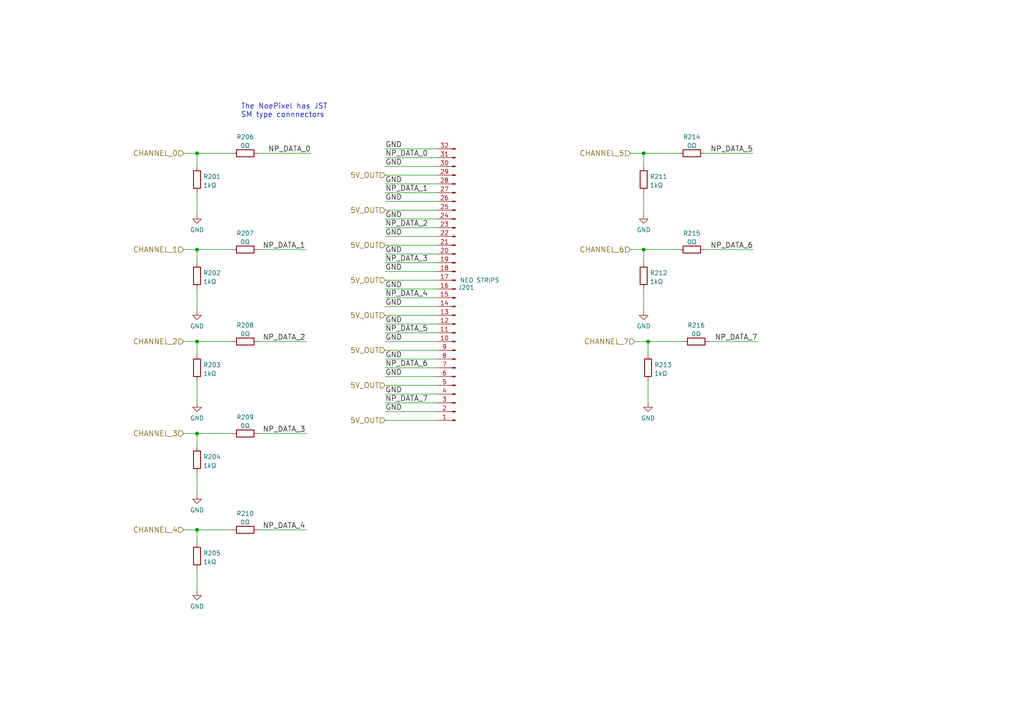
<source format=kicad_sch>
(kicad_sch
	(version 20231120)
	(generator "eeschema")
	(generator_version "8.0")
	(uuid "2e842263-c0ba-46fd-a760-6624d4c78278")
	(paper "A4")
	(lib_symbols
		(symbol "Connector:Conn_01x32_Male"
			(pin_names
				(offset 1.016) hide)
			(exclude_from_sim no)
			(in_bom yes)
			(on_board yes)
			(property "Reference" "J"
				(at 0 40.64 0)
				(effects
					(font
						(size 1.27 1.27)
					)
				)
			)
			(property "Value" "Conn_01x32_Male"
				(at 0 -43.18 0)
				(effects
					(font
						(size 1.27 1.27)
					)
				)
			)
			(property "Footprint" ""
				(at 0 0 0)
				(effects
					(font
						(size 1.27 1.27)
					)
					(hide yes)
				)
			)
			(property "Datasheet" "~"
				(at 0 0 0)
				(effects
					(font
						(size 1.27 1.27)
					)
					(hide yes)
				)
			)
			(property "Description" "Generic connector, single row, 01x32, script generated (kicad-library-utils/schlib/autogen/connector/)"
				(at 0 0 0)
				(effects
					(font
						(size 1.27 1.27)
					)
					(hide yes)
				)
			)
			(property "ki_keywords" "connector"
				(at 0 0 0)
				(effects
					(font
						(size 1.27 1.27)
					)
					(hide yes)
				)
			)
			(property "ki_fp_filters" "Connector*:*_1x??_*"
				(at 0 0 0)
				(effects
					(font
						(size 1.27 1.27)
					)
					(hide yes)
				)
			)
			(symbol "Conn_01x32_Male_1_1"
				(polyline
					(pts
						(xy 1.27 -40.64) (xy 0.8636 -40.64)
					)
					(stroke
						(width 0.1524)
						(type default)
					)
					(fill
						(type none)
					)
				)
				(polyline
					(pts
						(xy 1.27 -38.1) (xy 0.8636 -38.1)
					)
					(stroke
						(width 0.1524)
						(type default)
					)
					(fill
						(type none)
					)
				)
				(polyline
					(pts
						(xy 1.27 -35.56) (xy 0.8636 -35.56)
					)
					(stroke
						(width 0.1524)
						(type default)
					)
					(fill
						(type none)
					)
				)
				(polyline
					(pts
						(xy 1.27 -33.02) (xy 0.8636 -33.02)
					)
					(stroke
						(width 0.1524)
						(type default)
					)
					(fill
						(type none)
					)
				)
				(polyline
					(pts
						(xy 1.27 -30.48) (xy 0.8636 -30.48)
					)
					(stroke
						(width 0.1524)
						(type default)
					)
					(fill
						(type none)
					)
				)
				(polyline
					(pts
						(xy 1.27 -27.94) (xy 0.8636 -27.94)
					)
					(stroke
						(width 0.1524)
						(type default)
					)
					(fill
						(type none)
					)
				)
				(polyline
					(pts
						(xy 1.27 -25.4) (xy 0.8636 -25.4)
					)
					(stroke
						(width 0.1524)
						(type default)
					)
					(fill
						(type none)
					)
				)
				(polyline
					(pts
						(xy 1.27 -22.86) (xy 0.8636 -22.86)
					)
					(stroke
						(width 0.1524)
						(type default)
					)
					(fill
						(type none)
					)
				)
				(polyline
					(pts
						(xy 1.27 -20.32) (xy 0.8636 -20.32)
					)
					(stroke
						(width 0.1524)
						(type default)
					)
					(fill
						(type none)
					)
				)
				(polyline
					(pts
						(xy 1.27 -17.78) (xy 0.8636 -17.78)
					)
					(stroke
						(width 0.1524)
						(type default)
					)
					(fill
						(type none)
					)
				)
				(polyline
					(pts
						(xy 1.27 -15.24) (xy 0.8636 -15.24)
					)
					(stroke
						(width 0.1524)
						(type default)
					)
					(fill
						(type none)
					)
				)
				(polyline
					(pts
						(xy 1.27 -12.7) (xy 0.8636 -12.7)
					)
					(stroke
						(width 0.1524)
						(type default)
					)
					(fill
						(type none)
					)
				)
				(polyline
					(pts
						(xy 1.27 -10.16) (xy 0.8636 -10.16)
					)
					(stroke
						(width 0.1524)
						(type default)
					)
					(fill
						(type none)
					)
				)
				(polyline
					(pts
						(xy 1.27 -7.62) (xy 0.8636 -7.62)
					)
					(stroke
						(width 0.1524)
						(type default)
					)
					(fill
						(type none)
					)
				)
				(polyline
					(pts
						(xy 1.27 -5.08) (xy 0.8636 -5.08)
					)
					(stroke
						(width 0.1524)
						(type default)
					)
					(fill
						(type none)
					)
				)
				(polyline
					(pts
						(xy 1.27 -2.54) (xy 0.8636 -2.54)
					)
					(stroke
						(width 0.1524)
						(type default)
					)
					(fill
						(type none)
					)
				)
				(polyline
					(pts
						(xy 1.27 0) (xy 0.8636 0)
					)
					(stroke
						(width 0.1524)
						(type default)
					)
					(fill
						(type none)
					)
				)
				(polyline
					(pts
						(xy 1.27 2.54) (xy 0.8636 2.54)
					)
					(stroke
						(width 0.1524)
						(type default)
					)
					(fill
						(type none)
					)
				)
				(polyline
					(pts
						(xy 1.27 5.08) (xy 0.8636 5.08)
					)
					(stroke
						(width 0.1524)
						(type default)
					)
					(fill
						(type none)
					)
				)
				(polyline
					(pts
						(xy 1.27 7.62) (xy 0.8636 7.62)
					)
					(stroke
						(width 0.1524)
						(type default)
					)
					(fill
						(type none)
					)
				)
				(polyline
					(pts
						(xy 1.27 10.16) (xy 0.8636 10.16)
					)
					(stroke
						(width 0.1524)
						(type default)
					)
					(fill
						(type none)
					)
				)
				(polyline
					(pts
						(xy 1.27 12.7) (xy 0.8636 12.7)
					)
					(stroke
						(width 0.1524)
						(type default)
					)
					(fill
						(type none)
					)
				)
				(polyline
					(pts
						(xy 1.27 15.24) (xy 0.8636 15.24)
					)
					(stroke
						(width 0.1524)
						(type default)
					)
					(fill
						(type none)
					)
				)
				(polyline
					(pts
						(xy 1.27 17.78) (xy 0.8636 17.78)
					)
					(stroke
						(width 0.1524)
						(type default)
					)
					(fill
						(type none)
					)
				)
				(polyline
					(pts
						(xy 1.27 20.32) (xy 0.8636 20.32)
					)
					(stroke
						(width 0.1524)
						(type default)
					)
					(fill
						(type none)
					)
				)
				(polyline
					(pts
						(xy 1.27 22.86) (xy 0.8636 22.86)
					)
					(stroke
						(width 0.1524)
						(type default)
					)
					(fill
						(type none)
					)
				)
				(polyline
					(pts
						(xy 1.27 25.4) (xy 0.8636 25.4)
					)
					(stroke
						(width 0.1524)
						(type default)
					)
					(fill
						(type none)
					)
				)
				(polyline
					(pts
						(xy 1.27 27.94) (xy 0.8636 27.94)
					)
					(stroke
						(width 0.1524)
						(type default)
					)
					(fill
						(type none)
					)
				)
				(polyline
					(pts
						(xy 1.27 30.48) (xy 0.8636 30.48)
					)
					(stroke
						(width 0.1524)
						(type default)
					)
					(fill
						(type none)
					)
				)
				(polyline
					(pts
						(xy 1.27 33.02) (xy 0.8636 33.02)
					)
					(stroke
						(width 0.1524)
						(type default)
					)
					(fill
						(type none)
					)
				)
				(polyline
					(pts
						(xy 1.27 35.56) (xy 0.8636 35.56)
					)
					(stroke
						(width 0.1524)
						(type default)
					)
					(fill
						(type none)
					)
				)
				(polyline
					(pts
						(xy 1.27 38.1) (xy 0.8636 38.1)
					)
					(stroke
						(width 0.1524)
						(type default)
					)
					(fill
						(type none)
					)
				)
				(rectangle
					(start 0.8636 -40.513)
					(end 0 -40.767)
					(stroke
						(width 0.1524)
						(type default)
					)
					(fill
						(type outline)
					)
				)
				(rectangle
					(start 0.8636 -37.973)
					(end 0 -38.227)
					(stroke
						(width 0.1524)
						(type default)
					)
					(fill
						(type outline)
					)
				)
				(rectangle
					(start 0.8636 -35.433)
					(end 0 -35.687)
					(stroke
						(width 0.1524)
						(type default)
					)
					(fill
						(type outline)
					)
				)
				(rectangle
					(start 0.8636 -32.893)
					(end 0 -33.147)
					(stroke
						(width 0.1524)
						(type default)
					)
					(fill
						(type outline)
					)
				)
				(rectangle
					(start 0.8636 -30.353)
					(end 0 -30.607)
					(stroke
						(width 0.1524)
						(type default)
					)
					(fill
						(type outline)
					)
				)
				(rectangle
					(start 0.8636 -27.813)
					(end 0 -28.067)
					(stroke
						(width 0.1524)
						(type default)
					)
					(fill
						(type outline)
					)
				)
				(rectangle
					(start 0.8636 -25.273)
					(end 0 -25.527)
					(stroke
						(width 0.1524)
						(type default)
					)
					(fill
						(type outline)
					)
				)
				(rectangle
					(start 0.8636 -22.733)
					(end 0 -22.987)
					(stroke
						(width 0.1524)
						(type default)
					)
					(fill
						(type outline)
					)
				)
				(rectangle
					(start 0.8636 -20.193)
					(end 0 -20.447)
					(stroke
						(width 0.1524)
						(type default)
					)
					(fill
						(type outline)
					)
				)
				(rectangle
					(start 0.8636 -17.653)
					(end 0 -17.907)
					(stroke
						(width 0.1524)
						(type default)
					)
					(fill
						(type outline)
					)
				)
				(rectangle
					(start 0.8636 -15.113)
					(end 0 -15.367)
					(stroke
						(width 0.1524)
						(type default)
					)
					(fill
						(type outline)
					)
				)
				(rectangle
					(start 0.8636 -12.573)
					(end 0 -12.827)
					(stroke
						(width 0.1524)
						(type default)
					)
					(fill
						(type outline)
					)
				)
				(rectangle
					(start 0.8636 -10.033)
					(end 0 -10.287)
					(stroke
						(width 0.1524)
						(type default)
					)
					(fill
						(type outline)
					)
				)
				(rectangle
					(start 0.8636 -7.493)
					(end 0 -7.747)
					(stroke
						(width 0.1524)
						(type default)
					)
					(fill
						(type outline)
					)
				)
				(rectangle
					(start 0.8636 -4.953)
					(end 0 -5.207)
					(stroke
						(width 0.1524)
						(type default)
					)
					(fill
						(type outline)
					)
				)
				(rectangle
					(start 0.8636 -2.413)
					(end 0 -2.667)
					(stroke
						(width 0.1524)
						(type default)
					)
					(fill
						(type outline)
					)
				)
				(rectangle
					(start 0.8636 0.127)
					(end 0 -0.127)
					(stroke
						(width 0.1524)
						(type default)
					)
					(fill
						(type outline)
					)
				)
				(rectangle
					(start 0.8636 2.667)
					(end 0 2.413)
					(stroke
						(width 0.1524)
						(type default)
					)
					(fill
						(type outline)
					)
				)
				(rectangle
					(start 0.8636 5.207)
					(end 0 4.953)
					(stroke
						(width 0.1524)
						(type default)
					)
					(fill
						(type outline)
					)
				)
				(rectangle
					(start 0.8636 7.747)
					(end 0 7.493)
					(stroke
						(width 0.1524)
						(type default)
					)
					(fill
						(type outline)
					)
				)
				(rectangle
					(start 0.8636 10.287)
					(end 0 10.033)
					(stroke
						(width 0.1524)
						(type default)
					)
					(fill
						(type outline)
					)
				)
				(rectangle
					(start 0.8636 12.827)
					(end 0 12.573)
					(stroke
						(width 0.1524)
						(type default)
					)
					(fill
						(type outline)
					)
				)
				(rectangle
					(start 0.8636 15.367)
					(end 0 15.113)
					(stroke
						(width 0.1524)
						(type default)
					)
					(fill
						(type outline)
					)
				)
				(rectangle
					(start 0.8636 17.907)
					(end 0 17.653)
					(stroke
						(width 0.1524)
						(type default)
					)
					(fill
						(type outline)
					)
				)
				(rectangle
					(start 0.8636 20.447)
					(end 0 20.193)
					(stroke
						(width 0.1524)
						(type default)
					)
					(fill
						(type outline)
					)
				)
				(rectangle
					(start 0.8636 22.987)
					(end 0 22.733)
					(stroke
						(width 0.1524)
						(type default)
					)
					(fill
						(type outline)
					)
				)
				(rectangle
					(start 0.8636 25.527)
					(end 0 25.273)
					(stroke
						(width 0.1524)
						(type default)
					)
					(fill
						(type outline)
					)
				)
				(rectangle
					(start 0.8636 28.067)
					(end 0 27.813)
					(stroke
						(width 0.1524)
						(type default)
					)
					(fill
						(type outline)
					)
				)
				(rectangle
					(start 0.8636 30.607)
					(end 0 30.353)
					(stroke
						(width 0.1524)
						(type default)
					)
					(fill
						(type outline)
					)
				)
				(rectangle
					(start 0.8636 33.147)
					(end 0 32.893)
					(stroke
						(width 0.1524)
						(type default)
					)
					(fill
						(type outline)
					)
				)
				(rectangle
					(start 0.8636 35.687)
					(end 0 35.433)
					(stroke
						(width 0.1524)
						(type default)
					)
					(fill
						(type outline)
					)
				)
				(rectangle
					(start 0.8636 38.227)
					(end 0 37.973)
					(stroke
						(width 0.1524)
						(type default)
					)
					(fill
						(type outline)
					)
				)
				(pin passive line
					(at 5.08 38.1 180)
					(length 3.81)
					(name "Pin_1"
						(effects
							(font
								(size 1.27 1.27)
							)
						)
					)
					(number "1"
						(effects
							(font
								(size 1.27 1.27)
							)
						)
					)
				)
				(pin passive line
					(at 5.08 15.24 180)
					(length 3.81)
					(name "Pin_10"
						(effects
							(font
								(size 1.27 1.27)
							)
						)
					)
					(number "10"
						(effects
							(font
								(size 1.27 1.27)
							)
						)
					)
				)
				(pin passive line
					(at 5.08 12.7 180)
					(length 3.81)
					(name "Pin_11"
						(effects
							(font
								(size 1.27 1.27)
							)
						)
					)
					(number "11"
						(effects
							(font
								(size 1.27 1.27)
							)
						)
					)
				)
				(pin passive line
					(at 5.08 10.16 180)
					(length 3.81)
					(name "Pin_12"
						(effects
							(font
								(size 1.27 1.27)
							)
						)
					)
					(number "12"
						(effects
							(font
								(size 1.27 1.27)
							)
						)
					)
				)
				(pin passive line
					(at 5.08 7.62 180)
					(length 3.81)
					(name "Pin_13"
						(effects
							(font
								(size 1.27 1.27)
							)
						)
					)
					(number "13"
						(effects
							(font
								(size 1.27 1.27)
							)
						)
					)
				)
				(pin passive line
					(at 5.08 5.08 180)
					(length 3.81)
					(name "Pin_14"
						(effects
							(font
								(size 1.27 1.27)
							)
						)
					)
					(number "14"
						(effects
							(font
								(size 1.27 1.27)
							)
						)
					)
				)
				(pin passive line
					(at 5.08 2.54 180)
					(length 3.81)
					(name "Pin_15"
						(effects
							(font
								(size 1.27 1.27)
							)
						)
					)
					(number "15"
						(effects
							(font
								(size 1.27 1.27)
							)
						)
					)
				)
				(pin passive line
					(at 5.08 0 180)
					(length 3.81)
					(name "Pin_16"
						(effects
							(font
								(size 1.27 1.27)
							)
						)
					)
					(number "16"
						(effects
							(font
								(size 1.27 1.27)
							)
						)
					)
				)
				(pin passive line
					(at 5.08 -2.54 180)
					(length 3.81)
					(name "Pin_17"
						(effects
							(font
								(size 1.27 1.27)
							)
						)
					)
					(number "17"
						(effects
							(font
								(size 1.27 1.27)
							)
						)
					)
				)
				(pin passive line
					(at 5.08 -5.08 180)
					(length 3.81)
					(name "Pin_18"
						(effects
							(font
								(size 1.27 1.27)
							)
						)
					)
					(number "18"
						(effects
							(font
								(size 1.27 1.27)
							)
						)
					)
				)
				(pin passive line
					(at 5.08 -7.62 180)
					(length 3.81)
					(name "Pin_19"
						(effects
							(font
								(size 1.27 1.27)
							)
						)
					)
					(number "19"
						(effects
							(font
								(size 1.27 1.27)
							)
						)
					)
				)
				(pin passive line
					(at 5.08 35.56 180)
					(length 3.81)
					(name "Pin_2"
						(effects
							(font
								(size 1.27 1.27)
							)
						)
					)
					(number "2"
						(effects
							(font
								(size 1.27 1.27)
							)
						)
					)
				)
				(pin passive line
					(at 5.08 -10.16 180)
					(length 3.81)
					(name "Pin_20"
						(effects
							(font
								(size 1.27 1.27)
							)
						)
					)
					(number "20"
						(effects
							(font
								(size 1.27 1.27)
							)
						)
					)
				)
				(pin passive line
					(at 5.08 -12.7 180)
					(length 3.81)
					(name "Pin_21"
						(effects
							(font
								(size 1.27 1.27)
							)
						)
					)
					(number "21"
						(effects
							(font
								(size 1.27 1.27)
							)
						)
					)
				)
				(pin passive line
					(at 5.08 -15.24 180)
					(length 3.81)
					(name "Pin_22"
						(effects
							(font
								(size 1.27 1.27)
							)
						)
					)
					(number "22"
						(effects
							(font
								(size 1.27 1.27)
							)
						)
					)
				)
				(pin passive line
					(at 5.08 -17.78 180)
					(length 3.81)
					(name "Pin_23"
						(effects
							(font
								(size 1.27 1.27)
							)
						)
					)
					(number "23"
						(effects
							(font
								(size 1.27 1.27)
							)
						)
					)
				)
				(pin passive line
					(at 5.08 -20.32 180)
					(length 3.81)
					(name "Pin_24"
						(effects
							(font
								(size 1.27 1.27)
							)
						)
					)
					(number "24"
						(effects
							(font
								(size 1.27 1.27)
							)
						)
					)
				)
				(pin passive line
					(at 5.08 -22.86 180)
					(length 3.81)
					(name "Pin_25"
						(effects
							(font
								(size 1.27 1.27)
							)
						)
					)
					(number "25"
						(effects
							(font
								(size 1.27 1.27)
							)
						)
					)
				)
				(pin passive line
					(at 5.08 -25.4 180)
					(length 3.81)
					(name "Pin_26"
						(effects
							(font
								(size 1.27 1.27)
							)
						)
					)
					(number "26"
						(effects
							(font
								(size 1.27 1.27)
							)
						)
					)
				)
				(pin passive line
					(at 5.08 -27.94 180)
					(length 3.81)
					(name "Pin_27"
						(effects
							(font
								(size 1.27 1.27)
							)
						)
					)
					(number "27"
						(effects
							(font
								(size 1.27 1.27)
							)
						)
					)
				)
				(pin passive line
					(at 5.08 -30.48 180)
					(length 3.81)
					(name "Pin_28"
						(effects
							(font
								(size 1.27 1.27)
							)
						)
					)
					(number "28"
						(effects
							(font
								(size 1.27 1.27)
							)
						)
					)
				)
				(pin passive line
					(at 5.08 -33.02 180)
					(length 3.81)
					(name "Pin_29"
						(effects
							(font
								(size 1.27 1.27)
							)
						)
					)
					(number "29"
						(effects
							(font
								(size 1.27 1.27)
							)
						)
					)
				)
				(pin passive line
					(at 5.08 33.02 180)
					(length 3.81)
					(name "Pin_3"
						(effects
							(font
								(size 1.27 1.27)
							)
						)
					)
					(number "3"
						(effects
							(font
								(size 1.27 1.27)
							)
						)
					)
				)
				(pin passive line
					(at 5.08 -35.56 180)
					(length 3.81)
					(name "Pin_30"
						(effects
							(font
								(size 1.27 1.27)
							)
						)
					)
					(number "30"
						(effects
							(font
								(size 1.27 1.27)
							)
						)
					)
				)
				(pin passive line
					(at 5.08 -38.1 180)
					(length 3.81)
					(name "Pin_31"
						(effects
							(font
								(size 1.27 1.27)
							)
						)
					)
					(number "31"
						(effects
							(font
								(size 1.27 1.27)
							)
						)
					)
				)
				(pin passive line
					(at 5.08 -40.64 180)
					(length 3.81)
					(name "Pin_32"
						(effects
							(font
								(size 1.27 1.27)
							)
						)
					)
					(number "32"
						(effects
							(font
								(size 1.27 1.27)
							)
						)
					)
				)
				(pin passive line
					(at 5.08 30.48 180)
					(length 3.81)
					(name "Pin_4"
						(effects
							(font
								(size 1.27 1.27)
							)
						)
					)
					(number "4"
						(effects
							(font
								(size 1.27 1.27)
							)
						)
					)
				)
				(pin passive line
					(at 5.08 27.94 180)
					(length 3.81)
					(name "Pin_5"
						(effects
							(font
								(size 1.27 1.27)
							)
						)
					)
					(number "5"
						(effects
							(font
								(size 1.27 1.27)
							)
						)
					)
				)
				(pin passive line
					(at 5.08 25.4 180)
					(length 3.81)
					(name "Pin_6"
						(effects
							(font
								(size 1.27 1.27)
							)
						)
					)
					(number "6"
						(effects
							(font
								(size 1.27 1.27)
							)
						)
					)
				)
				(pin passive line
					(at 5.08 22.86 180)
					(length 3.81)
					(name "Pin_7"
						(effects
							(font
								(size 1.27 1.27)
							)
						)
					)
					(number "7"
						(effects
							(font
								(size 1.27 1.27)
							)
						)
					)
				)
				(pin passive line
					(at 5.08 20.32 180)
					(length 3.81)
					(name "Pin_8"
						(effects
							(font
								(size 1.27 1.27)
							)
						)
					)
					(number "8"
						(effects
							(font
								(size 1.27 1.27)
							)
						)
					)
				)
				(pin passive line
					(at 5.08 17.78 180)
					(length 3.81)
					(name "Pin_9"
						(effects
							(font
								(size 1.27 1.27)
							)
						)
					)
					(number "9"
						(effects
							(font
								(size 1.27 1.27)
							)
						)
					)
				)
			)
		)
		(symbol "Device:R"
			(pin_numbers hide)
			(pin_names
				(offset 0)
			)
			(exclude_from_sim no)
			(in_bom yes)
			(on_board yes)
			(property "Reference" "R"
				(at 2.032 0 90)
				(effects
					(font
						(size 1.27 1.27)
					)
				)
			)
			(property "Value" "R"
				(at 0 0 90)
				(effects
					(font
						(size 1.27 1.27)
					)
				)
			)
			(property "Footprint" ""
				(at -1.778 0 90)
				(effects
					(font
						(size 1.27 1.27)
					)
					(hide yes)
				)
			)
			(property "Datasheet" "~"
				(at 0 0 0)
				(effects
					(font
						(size 1.27 1.27)
					)
					(hide yes)
				)
			)
			(property "Description" "Resistor"
				(at 0 0 0)
				(effects
					(font
						(size 1.27 1.27)
					)
					(hide yes)
				)
			)
			(property "ki_keywords" "R res resistor"
				(at 0 0 0)
				(effects
					(font
						(size 1.27 1.27)
					)
					(hide yes)
				)
			)
			(property "ki_fp_filters" "R_*"
				(at 0 0 0)
				(effects
					(font
						(size 1.27 1.27)
					)
					(hide yes)
				)
			)
			(symbol "R_0_1"
				(rectangle
					(start -1.016 -2.54)
					(end 1.016 2.54)
					(stroke
						(width 0.254)
						(type default)
					)
					(fill
						(type none)
					)
				)
			)
			(symbol "R_1_1"
				(pin passive line
					(at 0 3.81 270)
					(length 1.27)
					(name "~"
						(effects
							(font
								(size 1.27 1.27)
							)
						)
					)
					(number "1"
						(effects
							(font
								(size 1.27 1.27)
							)
						)
					)
				)
				(pin passive line
					(at 0 -3.81 90)
					(length 1.27)
					(name "~"
						(effects
							(font
								(size 1.27 1.27)
							)
						)
					)
					(number "2"
						(effects
							(font
								(size 1.27 1.27)
							)
						)
					)
				)
			)
		)
		(symbol "EightChannel-rescue:GND"
			(power)
			(pin_names
				(offset 0)
			)
			(exclude_from_sim no)
			(in_bom yes)
			(on_board yes)
			(property "Reference" "#PWR"
				(at 0 -6.35 0)
				(effects
					(font
						(size 1.27 1.27)
					)
					(hide yes)
				)
			)
			(property "Value" "GND"
				(at 0 -3.81 0)
				(effects
					(font
						(size 1.27 1.27)
					)
				)
			)
			(property "Footprint" ""
				(at 0 0 0)
				(effects
					(font
						(size 1.27 1.27)
					)
					(hide yes)
				)
			)
			(property "Datasheet" ""
				(at 0 0 0)
				(effects
					(font
						(size 1.27 1.27)
					)
					(hide yes)
				)
			)
			(property "Description" ""
				(at 0 0 0)
				(effects
					(font
						(size 1.27 1.27)
					)
					(hide yes)
				)
			)
			(symbol "GND_0_1"
				(polyline
					(pts
						(xy 0 0) (xy 0 -1.27) (xy 1.27 -1.27) (xy 0 -2.54) (xy -1.27 -1.27) (xy 0 -1.27)
					)
					(stroke
						(width 0)
						(type default)
					)
					(fill
						(type none)
					)
				)
			)
			(symbol "GND_1_1"
				(pin power_in line
					(at 0 0 270)
					(length 0) hide
					(name "GND"
						(effects
							(font
								(size 1.27 1.27)
							)
						)
					)
					(number "1"
						(effects
							(font
								(size 1.27 1.27)
							)
						)
					)
				)
			)
		)
	)
	(junction
		(at 57.15 153.67)
		(diameter 0)
		(color 0 0 0 0)
		(uuid "0bcafe80-ffba-4f1e-ae51-95a595b006db")
	)
	(junction
		(at 57.15 44.45)
		(diameter 0)
		(color 0 0 0 0)
		(uuid "0f324b67-75ef-407f-8dbc-3c1fc5c2abba")
	)
	(junction
		(at 57.15 125.73)
		(diameter 0)
		(color 0 0 0 0)
		(uuid "34d03349-6d78-4165-a683-2d8b76f2bae8")
	)
	(junction
		(at 186.69 72.39)
		(diameter 0)
		(color 0 0 0 0)
		(uuid "71c001eb-8d0e-43ac-8ecd-70f2339bde42")
	)
	(junction
		(at 57.15 72.39)
		(diameter 0)
		(color 0 0 0 0)
		(uuid "752417ee-7d0b-4ac8-a22c-26669881a2ab")
	)
	(junction
		(at 57.15 99.06)
		(diameter 0)
		(color 0 0 0 0)
		(uuid "89c0bc4d-eee5-4a77-ac35-d30b35db5cbe")
	)
	(junction
		(at 186.69 44.45)
		(diameter 0)
		(color 0 0 0 0)
		(uuid "9c4e822b-59e6-4808-bedf-05acf18c6f94")
	)
	(junction
		(at 187.96 99.06)
		(diameter 0)
		(color 0 0 0 0)
		(uuid "a990ec52-2b5d-4255-be23-725ee17db2ed")
	)
	(wire
		(pts
			(xy 57.15 165.1) (xy 57.15 171.45)
		)
		(stroke
			(width 0)
			(type default)
		)
		(uuid "026ac84e-b8b2-4dd2-b675-8323c24fd778")
	)
	(wire
		(pts
			(xy 127 63.5) (xy 111.76 63.5)
		)
		(stroke
			(width 0)
			(type default)
		)
		(uuid "088f77ba-fca9-42b3-876e-a6937267f957")
	)
	(wire
		(pts
			(xy 127 119.38) (xy 111.76 119.38)
		)
		(stroke
			(width 0)
			(type default)
		)
		(uuid "12819567-88f0-46b7-ad9f-0ad0e5238ad2")
	)
	(wire
		(pts
			(xy 127 91.44) (xy 111.76 91.44)
		)
		(stroke
			(width 0)
			(type default)
		)
		(uuid "155b0b7c-70b4-4a26-a550-bac13cab0aa4")
	)
	(wire
		(pts
			(xy 186.69 55.88) (xy 186.69 62.23)
		)
		(stroke
			(width 0)
			(type default)
		)
		(uuid "1754779f-f1ea-4e4f-9a64-93d7ee7943e3")
	)
	(wire
		(pts
			(xy 57.15 55.88) (xy 57.15 62.23)
		)
		(stroke
			(width 0)
			(type default)
		)
		(uuid "1c68b844-c861-46b7-b734-0242168a4220")
	)
	(wire
		(pts
			(xy 127 88.9) (xy 111.76 88.9)
		)
		(stroke
			(width 0)
			(type default)
		)
		(uuid "1fa508ef-df83-4c99-846b-9acf535b3ad9")
	)
	(wire
		(pts
			(xy 53.34 99.06) (xy 57.15 99.06)
		)
		(stroke
			(width 0)
			(type default)
		)
		(uuid "224768bc-6009-43ba-aa4a-70cbaa15b5a3")
	)
	(wire
		(pts
			(xy 57.15 153.67) (xy 67.31 153.67)
		)
		(stroke
			(width 0)
			(type default)
		)
		(uuid "2518d4ea-25cc-4e57-a0d6-8482034e7318")
	)
	(wire
		(pts
			(xy 127 53.34) (xy 111.76 53.34)
		)
		(stroke
			(width 0)
			(type default)
		)
		(uuid "26801cfb-b53b-4a6a-a2f4-5f4986565765")
	)
	(wire
		(pts
			(xy 186.69 44.45) (xy 186.69 48.26)
		)
		(stroke
			(width 0)
			(type default)
		)
		(uuid "305cc760-953e-4bfd-8d01-10e63de704eb")
	)
	(wire
		(pts
			(xy 127 104.14) (xy 111.76 104.14)
		)
		(stroke
			(width 0)
			(type default)
		)
		(uuid "33ff412b-387d-42f0-8934-e9d325d8448b")
	)
	(wire
		(pts
			(xy 182.88 44.45) (xy 186.69 44.45)
		)
		(stroke
			(width 0)
			(type default)
		)
		(uuid "34bc4df9-50ad-433a-a204-50b962ec67ce")
	)
	(wire
		(pts
			(xy 127 50.8) (xy 111.76 50.8)
		)
		(stroke
			(width 0)
			(type default)
		)
		(uuid "34cdc1c9-c9e2-44c4-9677-c1c7d7efd83d")
	)
	(wire
		(pts
			(xy 53.34 153.67) (xy 57.15 153.67)
		)
		(stroke
			(width 0)
			(type default)
		)
		(uuid "37b6c6d6-3e12-4736-912a-ea6e2bf06721")
	)
	(wire
		(pts
			(xy 127 101.6) (xy 111.76 101.6)
		)
		(stroke
			(width 0)
			(type default)
		)
		(uuid "46314f63-6426-4259-95fb-fec2ad336593")
	)
	(wire
		(pts
			(xy 127 106.68) (xy 111.76 106.68)
		)
		(stroke
			(width 0)
			(type default)
		)
		(uuid "4997c4e8-7187-4b13-89a3-ba6c31d9dd0f")
	)
	(wire
		(pts
			(xy 127 114.3) (xy 111.76 114.3)
		)
		(stroke
			(width 0)
			(type default)
		)
		(uuid "4a044376-58d0-4295-9ed4-3860c8cde840")
	)
	(wire
		(pts
			(xy 53.34 72.39) (xy 57.15 72.39)
		)
		(stroke
			(width 0)
			(type default)
		)
		(uuid "4b03e854-02fe-44cc-bece-f8268b7cae54")
	)
	(wire
		(pts
			(xy 184.15 99.06) (xy 187.96 99.06)
		)
		(stroke
			(width 0)
			(type default)
		)
		(uuid "4bcc5ae1-145e-46d7-92d5-d611a1d6baf6")
	)
	(wire
		(pts
			(xy 127 86.36) (xy 111.76 86.36)
		)
		(stroke
			(width 0)
			(type default)
		)
		(uuid "4f411f68-04bd-4175-a406-bcaa4cf6601e")
	)
	(wire
		(pts
			(xy 187.96 99.06) (xy 187.96 102.87)
		)
		(stroke
			(width 0)
			(type default)
		)
		(uuid "53657ecb-eb18-424c-957c-7a8a38b84780")
	)
	(wire
		(pts
			(xy 187.96 110.49) (xy 187.96 116.84)
		)
		(stroke
			(width 0)
			(type default)
		)
		(uuid "5504d30d-0360-4673-80c9-93e458ea021c")
	)
	(wire
		(pts
			(xy 204.47 72.39) (xy 218.44 72.39)
		)
		(stroke
			(width 0)
			(type default)
		)
		(uuid "60e2be4a-af7b-4af4-afa0-88d123bc0a82")
	)
	(wire
		(pts
			(xy 205.74 99.06) (xy 219.71 99.06)
		)
		(stroke
			(width 0)
			(type default)
		)
		(uuid "6b4210fa-f56a-4846-a548-53177f968c63")
	)
	(wire
		(pts
			(xy 127 73.66) (xy 111.76 73.66)
		)
		(stroke
			(width 0)
			(type default)
		)
		(uuid "6e435cd4-da2b-4602-a0aa-5dd988834dff")
	)
	(wire
		(pts
			(xy 127 76.2) (xy 111.76 76.2)
		)
		(stroke
			(width 0)
			(type default)
		)
		(uuid "6f675e5f-8fe6-4148-baf1-da97afc770f8")
	)
	(wire
		(pts
			(xy 127 58.42) (xy 111.76 58.42)
		)
		(stroke
			(width 0)
			(type default)
		)
		(uuid "6f80f798-dc24-438f-a1eb-4ee2936267c8")
	)
	(wire
		(pts
			(xy 127 66.04) (xy 111.76 66.04)
		)
		(stroke
			(width 0)
			(type default)
		)
		(uuid "71989e06-8659-4605-b2da-4f729cc41263")
	)
	(wire
		(pts
			(xy 111.76 43.18) (xy 127 43.18)
		)
		(stroke
			(width 0)
			(type default)
		)
		(uuid "7663fc62-f8f1-48dc-a0b1-5f83d11d88fe")
	)
	(wire
		(pts
			(xy 127 121.92) (xy 111.76 121.92)
		)
		(stroke
			(width 0)
			(type default)
		)
		(uuid "77e201ea-4b61-4cf9-ba47-79e2814fbd86")
	)
	(wire
		(pts
			(xy 186.69 83.82) (xy 186.69 90.17)
		)
		(stroke
			(width 0)
			(type default)
		)
		(uuid "7d6d569a-7369-4b37-b54d-19f8e663e1c4")
	)
	(wire
		(pts
			(xy 127 93.98) (xy 111.76 93.98)
		)
		(stroke
			(width 0)
			(type default)
		)
		(uuid "7f0eb8b4-0631-44ff-aae5-6c4fdb2bb1e8")
	)
	(wire
		(pts
			(xy 187.96 99.06) (xy 198.12 99.06)
		)
		(stroke
			(width 0)
			(type default)
		)
		(uuid "7f8d920c-fb22-451c-af13-528b17e1b3d3")
	)
	(wire
		(pts
			(xy 53.34 44.45) (xy 57.15 44.45)
		)
		(stroke
			(width 0)
			(type default)
		)
		(uuid "8195a7cf-4576-44dd-9e0e-ee048fdb93dd")
	)
	(wire
		(pts
			(xy 74.93 153.67) (xy 88.9 153.67)
		)
		(stroke
			(width 0)
			(type default)
		)
		(uuid "86dc7a78-7d51-4111-9eea-8a8f7977eb16")
	)
	(wire
		(pts
			(xy 127 96.52) (xy 111.76 96.52)
		)
		(stroke
			(width 0)
			(type default)
		)
		(uuid "87d7d4e2-4cad-4617-bd82-9047540ae4af")
	)
	(wire
		(pts
			(xy 53.34 125.73) (xy 57.15 125.73)
		)
		(stroke
			(width 0)
			(type default)
		)
		(uuid "88d2c4b8-79f2-4e8b-9f70-b7e0ed9c70f8")
	)
	(wire
		(pts
			(xy 127 83.82) (xy 111.76 83.82)
		)
		(stroke
			(width 0)
			(type default)
		)
		(uuid "8fc062a7-114d-48eb-a8f8-71128838f380")
	)
	(wire
		(pts
			(xy 127 99.06) (xy 111.76 99.06)
		)
		(stroke
			(width 0)
			(type default)
		)
		(uuid "90b29589-1506-47c6-94e1-54fa98bdbd6f")
	)
	(wire
		(pts
			(xy 127 81.28) (xy 111.76 81.28)
		)
		(stroke
			(width 0)
			(type default)
		)
		(uuid "917920ab-0c6e-4927-974d-ef342cdd4f63")
	)
	(wire
		(pts
			(xy 204.47 44.45) (xy 218.44 44.45)
		)
		(stroke
			(width 0)
			(type default)
		)
		(uuid "96374473-4362-411d-b4dc-bccaa7bf9f33")
	)
	(wire
		(pts
			(xy 57.15 99.06) (xy 67.31 99.06)
		)
		(stroke
			(width 0)
			(type default)
		)
		(uuid "99e6b8eb-b08e-4d42-84dd-8b7f6765b7b7")
	)
	(wire
		(pts
			(xy 127 68.58) (xy 111.76 68.58)
		)
		(stroke
			(width 0)
			(type default)
		)
		(uuid "9a0b74a5-4879-4b51-8e8e-6d85a0107422")
	)
	(wire
		(pts
			(xy 57.15 83.82) (xy 57.15 90.17)
		)
		(stroke
			(width 0)
			(type default)
		)
		(uuid "9f80220c-1612-4589-b9ca-a5579617bdb8")
	)
	(wire
		(pts
			(xy 74.93 125.73) (xy 88.9 125.73)
		)
		(stroke
			(width 0)
			(type default)
		)
		(uuid "a7531a95-7ca1-4f34-955e-18120cec99e6")
	)
	(wire
		(pts
			(xy 74.93 72.39) (xy 88.9 72.39)
		)
		(stroke
			(width 0)
			(type default)
		)
		(uuid "b5071759-a4d7-4769-be02-251f23cd4454")
	)
	(wire
		(pts
			(xy 57.15 44.45) (xy 67.31 44.45)
		)
		(stroke
			(width 0)
			(type default)
		)
		(uuid "b794d099-f823-4d35-9755-ca1c45247ee9")
	)
	(wire
		(pts
			(xy 182.88 72.39) (xy 186.69 72.39)
		)
		(stroke
			(width 0)
			(type default)
		)
		(uuid "baa31255-dcaa-42e5-9813-ab408734d04d")
	)
	(wire
		(pts
			(xy 57.15 137.16) (xy 57.15 143.51)
		)
		(stroke
			(width 0)
			(type default)
		)
		(uuid "bb4b1afc-c46e-451d-8dad-36b7dec82f26")
	)
	(wire
		(pts
			(xy 186.69 72.39) (xy 186.69 76.2)
		)
		(stroke
			(width 0)
			(type default)
		)
		(uuid "bc3d4f5b-663c-4281-9d35-34f106289c36")
	)
	(wire
		(pts
			(xy 127 111.76) (xy 111.76 111.76)
		)
		(stroke
			(width 0)
			(type default)
		)
		(uuid "bd9a0115-5dd5-4ae6-a00b-a80cefe62830")
	)
	(wire
		(pts
			(xy 127 45.72) (xy 111.76 45.72)
		)
		(stroke
			(width 0)
			(type default)
		)
		(uuid "c49d23ab-146d-4089-864f-2d22b5b414b9")
	)
	(wire
		(pts
			(xy 74.93 44.45) (xy 90.17 44.45)
		)
		(stroke
			(width 0)
			(type default)
		)
		(uuid "c7af8405-da2e-4a34-b9b8-518f342f8995")
	)
	(wire
		(pts
			(xy 57.15 72.39) (xy 57.15 76.2)
		)
		(stroke
			(width 0)
			(type default)
		)
		(uuid "cada57e2-1fa7-4b9d-a2a0-2218773d5c50")
	)
	(wire
		(pts
			(xy 57.15 99.06) (xy 57.15 102.87)
		)
		(stroke
			(width 0)
			(type default)
		)
		(uuid "d21cc5e4-177a-4e1d-a8d5-060ed33e5b8e")
	)
	(wire
		(pts
			(xy 57.15 44.45) (xy 57.15 48.26)
		)
		(stroke
			(width 0)
			(type default)
		)
		(uuid "d2d7bea6-0c22-495f-8666-323b30e03150")
	)
	(wire
		(pts
			(xy 127 78.74) (xy 111.76 78.74)
		)
		(stroke
			(width 0)
			(type default)
		)
		(uuid "d69a5fdf-de15-4ec9-94f6-f9ee2f4b69fa")
	)
	(wire
		(pts
			(xy 127 109.22) (xy 111.76 109.22)
		)
		(stroke
			(width 0)
			(type default)
		)
		(uuid "d8e237e8-7dec-41cc-9005-0562173e5cc0")
	)
	(wire
		(pts
			(xy 111.76 48.26) (xy 127 48.26)
		)
		(stroke
			(width 0)
			(type default)
		)
		(uuid "da25bf79-0abb-4fac-a221-ca5c574dfc29")
	)
	(wire
		(pts
			(xy 57.15 125.73) (xy 67.31 125.73)
		)
		(stroke
			(width 0)
			(type default)
		)
		(uuid "db851147-6a1e-4d19-898c-0ba71182359b")
	)
	(wire
		(pts
			(xy 186.69 44.45) (xy 196.85 44.45)
		)
		(stroke
			(width 0)
			(type default)
		)
		(uuid "dcb51297-96c0-4764-912c-f4aa272cbcca")
	)
	(wire
		(pts
			(xy 57.15 72.39) (xy 67.31 72.39)
		)
		(stroke
			(width 0)
			(type default)
		)
		(uuid "de370984-7922-4327-a0ba-7cd613995df4")
	)
	(wire
		(pts
			(xy 57.15 110.49) (xy 57.15 116.84)
		)
		(stroke
			(width 0)
			(type default)
		)
		(uuid "e1c30a32-820e-4b17-aec9-5cb8b76f0ccc")
	)
	(wire
		(pts
			(xy 57.15 153.67) (xy 57.15 157.48)
		)
		(stroke
			(width 0)
			(type default)
		)
		(uuid "e32ee344-1030-4498-9cac-bfbf7540faf4")
	)
	(wire
		(pts
			(xy 127 71.12) (xy 111.76 71.12)
		)
		(stroke
			(width 0)
			(type default)
		)
		(uuid "eae14f5f-515c-4a6f-ad0e-e8ef233d14bf")
	)
	(wire
		(pts
			(xy 127 116.84) (xy 111.76 116.84)
		)
		(stroke
			(width 0)
			(type default)
		)
		(uuid "f47df496-251a-40f1-aeea-22e3cce86f1e")
	)
	(wire
		(pts
			(xy 127 60.96) (xy 111.76 60.96)
		)
		(stroke
			(width 0)
			(type default)
		)
		(uuid "f66398f1-1ae7-4d4d-939f-958c174c6bce")
	)
	(wire
		(pts
			(xy 127 55.88) (xy 111.76 55.88)
		)
		(stroke
			(width 0)
			(type default)
		)
		(uuid "f78e02cd-9600-4173-be8d-67e530b5d19f")
	)
	(wire
		(pts
			(xy 57.15 125.73) (xy 57.15 129.54)
		)
		(stroke
			(width 0)
			(type default)
		)
		(uuid "f8fc38ec-0b98-40bc-ae2f-e5cc29973bca")
	)
	(wire
		(pts
			(xy 186.69 72.39) (xy 196.85 72.39)
		)
		(stroke
			(width 0)
			(type default)
		)
		(uuid "fbdefb4d-fd15-4873-9acd-9339d311048c")
	)
	(wire
		(pts
			(xy 74.93 99.06) (xy 88.9 99.06)
		)
		(stroke
			(width 0)
			(type default)
		)
		(uuid "fef37e8b-0ff0-4da2-8a57-acaf19551d1a")
	)
	(text "The NoePixel has JST \nSM type connnectors"
		(exclude_from_sim no)
		(at 69.85 34.29 0)
		(effects
			(font
				(size 1.524 1.524)
			)
			(justify left bottom)
		)
		(uuid "0325ec43-0390-4ae2-b055-b1ec6ce17b1c")
	)
	(label "NP_DATA_3"
		(at 111.76 76.2 0)
		(fields_autoplaced yes)
		(effects
			(font
				(size 1.524 1.524)
			)
			(justify left bottom)
		)
		(uuid "00e38d63-5436-49db-81f5-697421f168fc")
	)
	(label "GND"
		(at 111.76 78.74 0)
		(fields_autoplaced yes)
		(effects
			(font
				(size 1.524 1.524)
			)
			(justify left bottom)
		)
		(uuid "03c7f780-fc1b-487a-b30d-567d6c09fdc8")
	)
	(label "GND"
		(at 111.76 99.06 0)
		(fields_autoplaced yes)
		(effects
			(font
				(size 1.524 1.524)
			)
			(justify left bottom)
		)
		(uuid "1a7f0420-b552-4c88-ba37-7cb63e0527bf")
	)
	(label "GND"
		(at 111.76 53.34 0)
		(fields_autoplaced yes)
		(effects
			(font
				(size 1.524 1.524)
			)
			(justify left bottom)
		)
		(uuid "1f8b2c0c-b042-4e2e-80f6-4959a27b238f")
	)
	(label "GND"
		(at 111.76 119.38 0)
		(fields_autoplaced yes)
		(effects
			(font
				(size 1.524 1.524)
			)
			(justify left bottom)
		)
		(uuid "2521dbe9-ebe1-44c2-b25a-fe5fa277002e")
	)
	(label "GND"
		(at 111.76 114.3 0)
		(fields_autoplaced yes)
		(effects
			(font
				(size 1.524 1.524)
			)
			(justify left bottom)
		)
		(uuid "2fab27ac-4ac3-409c-9f52-f1e7cdf98f91")
	)
	(label "GND"
		(at 111.76 109.22 0)
		(fields_autoplaced yes)
		(effects
			(font
				(size 1.524 1.524)
			)
			(justify left bottom)
		)
		(uuid "38fab676-20ec-4fcf-b313-69779af02fe7")
	)
	(label "NP_DATA_1"
		(at 111.76 55.88 0)
		(fields_autoplaced yes)
		(effects
			(font
				(size 1.524 1.524)
			)
			(justify left bottom)
		)
		(uuid "399fc36a-ed5d-44b5-82f7-c6f83d9acc14")
	)
	(label "GND"
		(at 111.76 93.98 0)
		(fields_autoplaced yes)
		(effects
			(font
				(size 1.524 1.524)
			)
			(justify left bottom)
		)
		(uuid "41d81f5f-0ba9-4624-99fd-ae1a9488fb19")
	)
	(label "GND"
		(at 111.76 43.18 0)
		(fields_autoplaced yes)
		(effects
			(font
				(size 1.524 1.524)
			)
			(justify left bottom)
		)
		(uuid "4a850cb6-bb24-4274-a902-e49f34f0a0e3")
	)
	(label "NP_DATA_1"
		(at 76.2 72.39 0)
		(fields_autoplaced yes)
		(effects
			(font
				(size 1.524 1.524)
			)
			(justify left bottom)
		)
		(uuid "503dbd88-3e6b-48cc-a2ea-a6e28b52a1f7")
	)
	(label "GND"
		(at 111.76 104.14 0)
		(fields_autoplaced yes)
		(effects
			(font
				(size 1.524 1.524)
			)
			(justify left bottom)
		)
		(uuid "5e1b8616-8ec2-44b5-aadf-479a0ff154d2")
	)
	(label "NP_DATA_6"
		(at 218.44 72.39 180)
		(fields_autoplaced yes)
		(effects
			(font
				(size 1.524 1.524)
			)
			(justify right bottom)
		)
		(uuid "6658aae1-647f-41e0-96b4-de663f977d8d")
	)
	(label "NP_DATA_5"
		(at 111.76 96.52 0)
		(fields_autoplaced yes)
		(effects
			(font
				(size 1.524 1.524)
			)
			(justify left bottom)
		)
		(uuid "6dcd2900-ea8b-4d24-a578-d98b9026c1a3")
	)
	(label "GND"
		(at 111.76 63.5 0)
		(fields_autoplaced yes)
		(effects
			(font
				(size 1.524 1.524)
			)
			(justify left bottom)
		)
		(uuid "700e8b73-5976-423f-a3f3-ab3d9f3e9760")
	)
	(label "NP_DATA_4"
		(at 111.76 86.36 0)
		(fields_autoplaced yes)
		(effects
			(font
				(size 1.524 1.524)
			)
			(justify left bottom)
		)
		(uuid "70e4263f-d95a-4431-b3f3-cfc800c82056")
	)
	(label "GND"
		(at 111.76 83.82 0)
		(fields_autoplaced yes)
		(effects
			(font
				(size 1.524 1.524)
			)
			(justify left bottom)
		)
		(uuid "79e31048-072a-4a40-a625-26bb0b5f046b")
	)
	(label "NP_DATA_0"
		(at 111.76 45.72 0)
		(fields_autoplaced yes)
		(effects
			(font
				(size 1.524 1.524)
			)
			(justify left bottom)
		)
		(uuid "7b044939-8c4d-444f-b9e0-a15fcdeb5a86")
	)
	(label "NP_DATA_6"
		(at 111.76 106.68 0)
		(fields_autoplaced yes)
		(effects
			(font
				(size 1.524 1.524)
			)
			(justify left bottom)
		)
		(uuid "89fdceaa-2f89-44a0-8874-3bbbd65addff")
	)
	(label "NP_DATA_5"
		(at 218.44 44.45 180)
		(fields_autoplaced yes)
		(effects
			(font
				(size 1.524 1.524)
			)
			(justify right bottom)
		)
		(uuid "8b96090d-b4d8-4ead-90c7-6d1160d99cb0")
	)
	(label "NP_DATA_2"
		(at 76.2 99.06 0)
		(fields_autoplaced yes)
		(effects
			(font
				(size 1.524 1.524)
			)
			(justify left bottom)
		)
		(uuid "8bc2c25a-a1f1-4ce8-b96a-a4f8f4c35079")
	)
	(label "NP_DATA_7"
		(at 219.71 99.06 180)
		(fields_autoplaced yes)
		(effects
			(font
				(size 1.524 1.524)
			)
			(justify right bottom)
		)
		(uuid "96de1702-d5ca-4b61-9db8-e39ceaf661e7")
	)
	(label "NP_DATA_7"
		(at 111.76 116.84 0)
		(fields_autoplaced yes)
		(effects
			(font
				(size 1.524 1.524)
			)
			(justify left bottom)
		)
		(uuid "a4f0e699-a4ea-4f14-9081-a5f4808ea1ba")
	)
	(label "NP_DATA_0"
		(at 90.17 44.45 180)
		(fields_autoplaced yes)
		(effects
			(font
				(size 1.524 1.524)
			)
			(justify right bottom)
		)
		(uuid "aa79024d-ca7e-4c24-b127-7df08bbd0c75")
	)
	(label "GND"
		(at 111.76 73.66 0)
		(fields_autoplaced yes)
		(effects
			(font
				(size 1.524 1.524)
			)
			(justify left bottom)
		)
		(uuid "b4300db7-1220-431a-b7c3-2edbdf8fa6fc")
	)
	(label "NP_DATA_3"
		(at 76.2 125.73 0)
		(fields_autoplaced yes)
		(effects
			(font
				(size 1.524 1.524)
			)
			(justify left bottom)
		)
		(uuid "b7867831-ef82-4f33-a926-59e5c1c09b91")
	)
	(label "GND"
		(at 111.76 68.58 0)
		(fields_autoplaced yes)
		(effects
			(font
				(size 1.524 1.524)
			)
			(justify left bottom)
		)
		(uuid "b873bc5d-a9af-4bd9-afcb-87ce4d417120")
	)
	(label "GND"
		(at 111.76 88.9 0)
		(fields_autoplaced yes)
		(effects
			(font
				(size 1.524 1.524)
			)
			(justify left bottom)
		)
		(uuid "c04386e0-b49e-4fff-b380-675af13a62cb")
	)
	(label "NP_DATA_4"
		(at 76.2 153.67 0)
		(fields_autoplaced yes)
		(effects
			(font
				(size 1.524 1.524)
			)
			(justify left bottom)
		)
		(uuid "e4d2f565-25a0-48c6-be59-f4bf31ad2558")
	)
	(label "GND"
		(at 111.76 48.26 0)
		(fields_autoplaced yes)
		(effects
			(font
				(size 1.524 1.524)
			)
			(justify left bottom)
		)
		(uuid "e5203297-b913-4288-a576-12a92185cb52")
	)
	(label "GND"
		(at 111.76 58.42 0)
		(fields_autoplaced yes)
		(effects
			(font
				(size 1.524 1.524)
			)
			(justify left bottom)
		)
		(uuid "f7667b23-296e-4362-a7e3-949632c8954b")
	)
	(label "NP_DATA_2"
		(at 111.76 66.04 0)
		(fields_autoplaced yes)
		(effects
			(font
				(size 1.524 1.524)
			)
			(justify left bottom)
		)
		(uuid "fbe8ebfc-2a8e-4eb8-85c5-38ddeaa5dd00")
	)
	(hierarchical_label "CHANNEL_0"
		(shape input)
		(at 53.34 44.45 180)
		(fields_autoplaced yes)
		(effects
			(font
				(size 1.524 1.524)
			)
			(justify right)
		)
		(uuid "22999e73-da32-43a5-9163-4b3a41614f25")
	)
	(hierarchical_label "CHANNEL_2"
		(shape input)
		(at 53.34 99.06 180)
		(fields_autoplaced yes)
		(effects
			(font
				(size 1.524 1.524)
			)
			(justify right)
		)
		(uuid "2dc54bac-8640-4dd7-b8ed-3c7acb01a8ea")
	)
	(hierarchical_label "5V_OUT"
		(shape input)
		(at 111.76 71.12 180)
		(fields_autoplaced yes)
		(effects
			(font
				(size 1.524 1.524)
			)
			(justify right)
		)
		(uuid "38a501e2-0ee8-439d-bd02-e9e90e7503e9")
	)
	(hierarchical_label "5V_OUT"
		(shape input)
		(at 111.76 101.6 180)
		(fields_autoplaced yes)
		(effects
			(font
				(size 1.524 1.524)
			)
			(justify right)
		)
		(uuid "39f4f636-d3a4-47e0-8903-9ac1948f5c30")
	)
	(hierarchical_label "CHANNEL_5"
		(shape input)
		(at 182.88 44.45 180)
		(fields_autoplaced yes)
		(effects
			(font
				(size 1.524 1.524)
			)
			(justify right)
		)
		(uuid "4da42412-11c8-43c1-a7e4-fee17c98b4ba")
	)
	(hierarchical_label "CHANNEL_6"
		(shape input)
		(at 182.88 72.39 180)
		(fields_autoplaced yes)
		(effects
			(font
				(size 1.524 1.524)
			)
			(justify right)
		)
		(uuid "5b02613f-efef-4dd0-85cc-be1c896d096d")
	)
	(hierarchical_label "CHANNEL_7"
		(shape input)
		(at 184.15 99.06 180)
		(fields_autoplaced yes)
		(effects
			(font
				(size 1.524 1.524)
			)
			(justify right)
		)
		(uuid "638117ff-a73c-4a76-976b-ab6ab724fb0a")
	)
	(hierarchical_label "CHANNEL_1"
		(shape input)
		(at 53.34 72.39 180)
		(fields_autoplaced yes)
		(effects
			(font
				(size 1.524 1.524)
			)
			(justify right)
		)
		(uuid "6a2b20ae-096c-4d9f-92f8-2087c865914f")
	)
	(hierarchical_label "CHANNEL_4"
		(shape input)
		(at 53.34 153.67 180)
		(fields_autoplaced yes)
		(effects
			(font
				(size 1.524 1.524)
			)
			(justify right)
		)
		(uuid "6b7c1048-12b6-46b2-b762-fa3ad30472dd")
	)
	(hierarchical_label "5V_OUT"
		(shape input)
		(at 111.76 50.8 180)
		(fields_autoplaced yes)
		(effects
			(font
				(size 1.524 1.524)
			)
			(justify right)
		)
		(uuid "6e68f0cd-800e-4167-9553-71fc59da1eeb")
	)
	(hierarchical_label "5V_OUT"
		(shape input)
		(at 111.76 111.76 180)
		(fields_autoplaced yes)
		(effects
			(font
				(size 1.524 1.524)
			)
			(justify right)
		)
		(uuid "70c14c4a-0e55-4033-b0b2-cfd68a6c6023")
	)
	(hierarchical_label "5V_OUT"
		(shape input)
		(at 111.76 121.92 180)
		(fields_autoplaced yes)
		(effects
			(font
				(size 1.524 1.524)
			)
			(justify right)
		)
		(uuid "7f6bdb9d-f432-487a-a125-7e0a41c1a072")
	)
	(hierarchical_label "5V_OUT"
		(shape input)
		(at 111.76 81.28 180)
		(fields_autoplaced yes)
		(effects
			(font
				(size 1.524 1.524)
			)
			(justify right)
		)
		(uuid "c0c2eb8e-f6d1-4506-8e6b-4f995ad74c1f")
	)
	(hierarchical_label "5V_OUT"
		(shape input)
		(at 111.76 60.96 180)
		(fields_autoplaced yes)
		(effects
			(font
				(size 1.524 1.524)
			)
			(justify right)
		)
		(uuid "c76d4423-ef1b-4a6f-8176-33d65f2877bb")
	)
	(hierarchical_label "CHANNEL_3"
		(shape input)
		(at 53.34 125.73 180)
		(fields_autoplaced yes)
		(effects
			(font
				(size 1.524 1.524)
			)
			(justify right)
		)
		(uuid "f9403623-c00c-4b71-bc5c-d763ff009386")
	)
	(hierarchical_label "5V_OUT"
		(shape input)
		(at 111.76 91.44 180)
		(fields_autoplaced yes)
		(effects
			(font
				(size 1.524 1.524)
			)
			(justify right)
		)
		(uuid "f9c81c26-f253-4227-a69f-53e64841cfbe")
	)
	(symbol
		(lib_id "EightChannel-rescue:GND")
		(at 186.69 62.23 0)
		(unit 1)
		(exclude_from_sim no)
		(in_bom yes)
		(on_board yes)
		(dnp no)
		(fields_autoplaced yes)
		(uuid "1772e48f-9762-426f-9d6d-afb37bf5cbde")
		(property "Reference" "#PWR0206"
			(at 186.69 68.58 0)
			(effects
				(font
					(size 1.27 1.27)
				)
				(hide yes)
			)
		)
		(property "Value" "GND"
			(at 186.69 66.6734 0)
			(effects
				(font
					(size 1.27 1.27)
				)
			)
		)
		(property "Footprint" ""
			(at 186.69 62.23 0)
			(effects
				(font
					(size 1.27 1.27)
				)
				(hide yes)
			)
		)
		(property "Datasheet" ""
			(at 186.69 62.23 0)
			(effects
				(font
					(size 1.27 1.27)
				)
				(hide yes)
			)
		)
		(property "Description" ""
			(at 186.69 62.23 0)
			(effects
				(font
					(size 1.27 1.27)
				)
				(hide yes)
			)
		)
		(pin "1"
			(uuid "3c786de2-b1d3-4d19-9760-a6375e191b93")
		)
		(instances
			(project ""
				(path "/704d6d51-bb34-4cbf-83d8-841e208048d8/00000000-0000-0000-0000-00005a6111ea"
					(reference "#PWR0206")
					(unit 1)
				)
			)
		)
	)
	(symbol
		(lib_id "EightChannel-rescue:GND")
		(at 57.15 143.51 0)
		(unit 1)
		(exclude_from_sim no)
		(in_bom yes)
		(on_board yes)
		(dnp no)
		(fields_autoplaced yes)
		(uuid "1e497696-1cba-4dba-9477-8b0f9d36654a")
		(property "Reference" "#PWR0204"
			(at 57.15 149.86 0)
			(effects
				(font
					(size 1.27 1.27)
				)
				(hide yes)
			)
		)
		(property "Value" "GND"
			(at 57.15 147.9534 0)
			(effects
				(font
					(size 1.27 1.27)
				)
			)
		)
		(property "Footprint" ""
			(at 57.15 143.51 0)
			(effects
				(font
					(size 1.27 1.27)
				)
				(hide yes)
			)
		)
		(property "Datasheet" ""
			(at 57.15 143.51 0)
			(effects
				(font
					(size 1.27 1.27)
				)
				(hide yes)
			)
		)
		(property "Description" ""
			(at 57.15 143.51 0)
			(effects
				(font
					(size 1.27 1.27)
				)
				(hide yes)
			)
		)
		(pin "1"
			(uuid "9721eab5-4a6f-456a-a25f-4e27a97c3d56")
		)
		(instances
			(project ""
				(path "/704d6d51-bb34-4cbf-83d8-841e208048d8/00000000-0000-0000-0000-00005a6111ea"
					(reference "#PWR0204")
					(unit 1)
				)
			)
		)
	)
	(symbol
		(lib_id "Device:R")
		(at 71.12 153.67 90)
		(unit 1)
		(exclude_from_sim no)
		(in_bom yes)
		(on_board yes)
		(dnp no)
		(fields_autoplaced yes)
		(uuid "21577666-460c-40ce-9c74-6c2e400358ef")
		(property "Reference" "R210"
			(at 71.12 148.9542 90)
			(effects
				(font
					(size 1.27 1.27)
				)
			)
		)
		(property "Value" "0Ω"
			(at 71.12 151.4911 90)
			(effects
				(font
					(size 1.27 1.27)
				)
			)
		)
		(property "Footprint" "Resistor_SMD:R_0805_2012Metric"
			(at 71.12 155.448 90)
			(effects
				(font
					(size 1.27 1.27)
				)
				(hide yes)
			)
		)
		(property "Datasheet" "~"
			(at 71.12 153.67 0)
			(effects
				(font
					(size 1.27 1.27)
				)
				(hide yes)
			)
		)
		(property "Description" ""
			(at 71.12 153.67 0)
			(effects
				(font
					(size 1.27 1.27)
				)
				(hide yes)
			)
		)
		(pin "1"
			(uuid "8759fd2d-b7b3-406b-9e75-f77aefc63d6a")
		)
		(pin "2"
			(uuid "4470566b-c13f-49ef-9a6b-10324ed2ebe5")
		)
		(instances
			(project ""
				(path "/704d6d51-bb34-4cbf-83d8-841e208048d8/00000000-0000-0000-0000-00005a6111ea"
					(reference "R210")
					(unit 1)
				)
			)
		)
	)
	(symbol
		(lib_id "EightChannel-rescue:GND")
		(at 57.15 171.45 0)
		(unit 1)
		(exclude_from_sim no)
		(in_bom yes)
		(on_board yes)
		(dnp no)
		(fields_autoplaced yes)
		(uuid "22e99d07-e444-467a-99e8-d7b3191e7fc7")
		(property "Reference" "#PWR0205"
			(at 57.15 177.8 0)
			(effects
				(font
					(size 1.27 1.27)
				)
				(hide yes)
			)
		)
		(property "Value" "GND"
			(at 57.15 175.8934 0)
			(effects
				(font
					(size 1.27 1.27)
				)
			)
		)
		(property "Footprint" ""
			(at 57.15 171.45 0)
			(effects
				(font
					(size 1.27 1.27)
				)
				(hide yes)
			)
		)
		(property "Datasheet" ""
			(at 57.15 171.45 0)
			(effects
				(font
					(size 1.27 1.27)
				)
				(hide yes)
			)
		)
		(property "Description" ""
			(at 57.15 171.45 0)
			(effects
				(font
					(size 1.27 1.27)
				)
				(hide yes)
			)
		)
		(pin "1"
			(uuid "2972815d-e5b1-45f1-8a87-f37c23bbd0e1")
		)
		(instances
			(project ""
				(path "/704d6d51-bb34-4cbf-83d8-841e208048d8/00000000-0000-0000-0000-00005a6111ea"
					(reference "#PWR0205")
					(unit 1)
				)
			)
		)
	)
	(symbol
		(lib_id "Device:R")
		(at 71.12 44.45 90)
		(unit 1)
		(exclude_from_sim no)
		(in_bom yes)
		(on_board yes)
		(dnp no)
		(fields_autoplaced yes)
		(uuid "356df8d6-4afb-4bff-aca6-e77396dbbea3")
		(property "Reference" "R206"
			(at 71.12 39.7342 90)
			(effects
				(font
					(size 1.27 1.27)
				)
			)
		)
		(property "Value" "0Ω"
			(at 71.12 42.2711 90)
			(effects
				(font
					(size 1.27 1.27)
				)
			)
		)
		(property "Footprint" "Resistor_SMD:R_0805_2012Metric"
			(at 71.12 46.228 90)
			(effects
				(font
					(size 1.27 1.27)
				)
				(hide yes)
			)
		)
		(property "Datasheet" "~"
			(at 71.12 44.45 0)
			(effects
				(font
					(size 1.27 1.27)
				)
				(hide yes)
			)
		)
		(property "Description" ""
			(at 71.12 44.45 0)
			(effects
				(font
					(size 1.27 1.27)
				)
				(hide yes)
			)
		)
		(pin "1"
			(uuid "50d93d1a-957d-413e-9891-be15a04e7197")
		)
		(pin "2"
			(uuid "f635853e-cccb-4af9-8981-a768bf24ffbc")
		)
		(instances
			(project ""
				(path "/704d6d51-bb34-4cbf-83d8-841e208048d8/00000000-0000-0000-0000-00005a6111ea"
					(reference "R206")
					(unit 1)
				)
			)
		)
	)
	(symbol
		(lib_id "Device:R")
		(at 71.12 72.39 90)
		(unit 1)
		(exclude_from_sim no)
		(in_bom yes)
		(on_board yes)
		(dnp no)
		(fields_autoplaced yes)
		(uuid "3b7af14d-c151-4912-b82b-ac728524c9b2")
		(property "Reference" "R207"
			(at 71.12 67.6742 90)
			(effects
				(font
					(size 1.27 1.27)
				)
			)
		)
		(property "Value" "0Ω"
			(at 71.12 70.2111 90)
			(effects
				(font
					(size 1.27 1.27)
				)
			)
		)
		(property "Footprint" "Resistor_SMD:R_0805_2012Metric"
			(at 71.12 74.168 90)
			(effects
				(font
					(size 1.27 1.27)
				)
				(hide yes)
			)
		)
		(property "Datasheet" "~"
			(at 71.12 72.39 0)
			(effects
				(font
					(size 1.27 1.27)
				)
				(hide yes)
			)
		)
		(property "Description" ""
			(at 71.12 72.39 0)
			(effects
				(font
					(size 1.27 1.27)
				)
				(hide yes)
			)
		)
		(pin "1"
			(uuid "0ac7c4b3-e75b-4fb3-b71e-45d81c91f535")
		)
		(pin "2"
			(uuid "43a61b19-96b5-42de-bd70-78a6ca3c6c2a")
		)
		(instances
			(project ""
				(path "/704d6d51-bb34-4cbf-83d8-841e208048d8/00000000-0000-0000-0000-00005a6111ea"
					(reference "R207")
					(unit 1)
				)
			)
		)
	)
	(symbol
		(lib_id "EightChannel-rescue:GND")
		(at 57.15 90.17 0)
		(unit 1)
		(exclude_from_sim no)
		(in_bom yes)
		(on_board yes)
		(dnp no)
		(fields_autoplaced yes)
		(uuid "4608d567-7819-4f98-b36c-67805cd7fa9c")
		(property "Reference" "#PWR0202"
			(at 57.15 96.52 0)
			(effects
				(font
					(size 1.27 1.27)
				)
				(hide yes)
			)
		)
		(property "Value" "GND"
			(at 57.15 94.6134 0)
			(effects
				(font
					(size 1.27 1.27)
				)
			)
		)
		(property "Footprint" ""
			(at 57.15 90.17 0)
			(effects
				(font
					(size 1.27 1.27)
				)
				(hide yes)
			)
		)
		(property "Datasheet" ""
			(at 57.15 90.17 0)
			(effects
				(font
					(size 1.27 1.27)
				)
				(hide yes)
			)
		)
		(property "Description" ""
			(at 57.15 90.17 0)
			(effects
				(font
					(size 1.27 1.27)
				)
				(hide yes)
			)
		)
		(pin "1"
			(uuid "fbb37f35-9728-4809-aff7-7db4477a11ba")
		)
		(instances
			(project ""
				(path "/704d6d51-bb34-4cbf-83d8-841e208048d8/00000000-0000-0000-0000-00005a6111ea"
					(reference "#PWR0202")
					(unit 1)
				)
			)
		)
	)
	(symbol
		(lib_id "Device:R")
		(at 186.69 52.07 180)
		(unit 1)
		(exclude_from_sim no)
		(in_bom yes)
		(on_board yes)
		(dnp no)
		(fields_autoplaced yes)
		(uuid "4b844487-4495-4073-b89b-8abe9dc17ae7")
		(property "Reference" "R211"
			(at 188.468 51.2353 0)
			(effects
				(font
					(size 1.27 1.27)
				)
				(justify right)
			)
		)
		(property "Value" "1kΩ"
			(at 188.468 53.7722 0)
			(effects
				(font
					(size 1.27 1.27)
				)
				(justify right)
			)
		)
		(property "Footprint" "Resistor_SMD:R_0805_2012Metric"
			(at 188.468 52.07 90)
			(effects
				(font
					(size 1.27 1.27)
				)
				(hide yes)
			)
		)
		(property "Datasheet" "~"
			(at 186.69 52.07 0)
			(effects
				(font
					(size 1.27 1.27)
				)
				(hide yes)
			)
		)
		(property "Description" ""
			(at 186.69 52.07 0)
			(effects
				(font
					(size 1.27 1.27)
				)
				(hide yes)
			)
		)
		(pin "1"
			(uuid "2401a6c1-22a2-4f32-9281-166a62f0fd25")
		)
		(pin "2"
			(uuid "6371ee98-d3e6-41e1-a458-8332f03879c8")
		)
		(instances
			(project ""
				(path "/704d6d51-bb34-4cbf-83d8-841e208048d8/00000000-0000-0000-0000-00005a6111ea"
					(reference "R211")
					(unit 1)
				)
			)
		)
	)
	(symbol
		(lib_id "Device:R")
		(at 57.15 80.01 180)
		(unit 1)
		(exclude_from_sim no)
		(in_bom yes)
		(on_board yes)
		(dnp no)
		(fields_autoplaced yes)
		(uuid "4bf730ef-c284-40dc-bfac-714011f699fd")
		(property "Reference" "R202"
			(at 58.928 79.1753 0)
			(effects
				(font
					(size 1.27 1.27)
				)
				(justify right)
			)
		)
		(property "Value" "1kΩ"
			(at 58.928 81.7122 0)
			(effects
				(font
					(size 1.27 1.27)
				)
				(justify right)
			)
		)
		(property "Footprint" "Resistor_SMD:R_0805_2012Metric"
			(at 58.928 80.01 90)
			(effects
				(font
					(size 1.27 1.27)
				)
				(hide yes)
			)
		)
		(property "Datasheet" "~"
			(at 57.15 80.01 0)
			(effects
				(font
					(size 1.27 1.27)
				)
				(hide yes)
			)
		)
		(property "Description" ""
			(at 57.15 80.01 0)
			(effects
				(font
					(size 1.27 1.27)
				)
				(hide yes)
			)
		)
		(pin "1"
			(uuid "bd7ebf68-dbcb-4723-8b6a-ec9d81d8bbc1")
		)
		(pin "2"
			(uuid "2154b599-bef3-440c-a1b3-3e3f9ab93b80")
		)
		(instances
			(project ""
				(path "/704d6d51-bb34-4cbf-83d8-841e208048d8/00000000-0000-0000-0000-00005a6111ea"
					(reference "R202")
					(unit 1)
				)
			)
		)
	)
	(symbol
		(lib_id "Device:R")
		(at 71.12 99.06 90)
		(unit 1)
		(exclude_from_sim no)
		(in_bom yes)
		(on_board yes)
		(dnp no)
		(fields_autoplaced yes)
		(uuid "4c7dc045-5984-4854-bb3d-395d6b4a29e3")
		(property "Reference" "R208"
			(at 71.12 94.3442 90)
			(effects
				(font
					(size 1.27 1.27)
				)
			)
		)
		(property "Value" "0Ω"
			(at 71.12 96.8811 90)
			(effects
				(font
					(size 1.27 1.27)
				)
			)
		)
		(property "Footprint" "Resistor_SMD:R_0805_2012Metric"
			(at 71.12 100.838 90)
			(effects
				(font
					(size 1.27 1.27)
				)
				(hide yes)
			)
		)
		(property "Datasheet" "~"
			(at 71.12 99.06 0)
			(effects
				(font
					(size 1.27 1.27)
				)
				(hide yes)
			)
		)
		(property "Description" ""
			(at 71.12 99.06 0)
			(effects
				(font
					(size 1.27 1.27)
				)
				(hide yes)
			)
		)
		(pin "1"
			(uuid "0ceb5b4b-e5d1-481d-83ad-f466f697773b")
		)
		(pin "2"
			(uuid "2e964f08-b38b-4cd4-97e6-d204ba8c8035")
		)
		(instances
			(project ""
				(path "/704d6d51-bb34-4cbf-83d8-841e208048d8/00000000-0000-0000-0000-00005a6111ea"
					(reference "R208")
					(unit 1)
				)
			)
		)
	)
	(symbol
		(lib_id "Device:R")
		(at 57.15 161.29 180)
		(unit 1)
		(exclude_from_sim no)
		(in_bom yes)
		(on_board yes)
		(dnp no)
		(fields_autoplaced yes)
		(uuid "4cc3a63f-383d-44c9-ba96-aa5952f2fab3")
		(property "Reference" "R205"
			(at 58.928 160.4553 0)
			(effects
				(font
					(size 1.27 1.27)
				)
				(justify right)
			)
		)
		(property "Value" "1kΩ"
			(at 58.928 162.9922 0)
			(effects
				(font
					(size 1.27 1.27)
				)
				(justify right)
			)
		)
		(property "Footprint" "Resistor_SMD:R_0805_2012Metric"
			(at 58.928 161.29 90)
			(effects
				(font
					(size 1.27 1.27)
				)
				(hide yes)
			)
		)
		(property "Datasheet" "~"
			(at 57.15 161.29 0)
			(effects
				(font
					(size 1.27 1.27)
				)
				(hide yes)
			)
		)
		(property "Description" ""
			(at 57.15 161.29 0)
			(effects
				(font
					(size 1.27 1.27)
				)
				(hide yes)
			)
		)
		(pin "1"
			(uuid "90f933e0-50fa-467a-91ff-d1a5bcfd5c7d")
		)
		(pin "2"
			(uuid "264d82b1-602e-4b2a-8d65-46b4b2587efc")
		)
		(instances
			(project ""
				(path "/704d6d51-bb34-4cbf-83d8-841e208048d8/00000000-0000-0000-0000-00005a6111ea"
					(reference "R205")
					(unit 1)
				)
			)
		)
	)
	(symbol
		(lib_id "EightChannel-rescue:GND")
		(at 57.15 116.84 0)
		(unit 1)
		(exclude_from_sim no)
		(in_bom yes)
		(on_board yes)
		(dnp no)
		(fields_autoplaced yes)
		(uuid "53423bba-dba4-43a6-b97c-28c1e788098e")
		(property "Reference" "#PWR0203"
			(at 57.15 123.19 0)
			(effects
				(font
					(size 1.27 1.27)
				)
				(hide yes)
			)
		)
		(property "Value" "GND"
			(at 57.15 121.2834 0)
			(effects
				(font
					(size 1.27 1.27)
				)
			)
		)
		(property "Footprint" ""
			(at 57.15 116.84 0)
			(effects
				(font
					(size 1.27 1.27)
				)
				(hide yes)
			)
		)
		(property "Datasheet" ""
			(at 57.15 116.84 0)
			(effects
				(font
					(size 1.27 1.27)
				)
				(hide yes)
			)
		)
		(property "Description" ""
			(at 57.15 116.84 0)
			(effects
				(font
					(size 1.27 1.27)
				)
				(hide yes)
			)
		)
		(pin "1"
			(uuid "c0875e15-97c5-4f7d-9ceb-a930448b65a0")
		)
		(instances
			(project ""
				(path "/704d6d51-bb34-4cbf-83d8-841e208048d8/00000000-0000-0000-0000-00005a6111ea"
					(reference "#PWR0203")
					(unit 1)
				)
			)
		)
	)
	(symbol
		(lib_id "Device:R")
		(at 200.66 72.39 90)
		(unit 1)
		(exclude_from_sim no)
		(in_bom yes)
		(on_board yes)
		(dnp no)
		(fields_autoplaced yes)
		(uuid "60f0b037-085c-47e2-a11b-0df48c10c346")
		(property "Reference" "R215"
			(at 200.66 67.6742 90)
			(effects
				(font
					(size 1.27 1.27)
				)
			)
		)
		(property "Value" "0Ω"
			(at 200.66 70.2111 90)
			(effects
				(font
					(size 1.27 1.27)
				)
			)
		)
		(property "Footprint" "Resistor_SMD:R_0805_2012Metric"
			(at 200.66 74.168 90)
			(effects
				(font
					(size 1.27 1.27)
				)
				(hide yes)
			)
		)
		(property "Datasheet" "~"
			(at 200.66 72.39 0)
			(effects
				(font
					(size 1.27 1.27)
				)
				(hide yes)
			)
		)
		(property "Description" ""
			(at 200.66 72.39 0)
			(effects
				(font
					(size 1.27 1.27)
				)
				(hide yes)
			)
		)
		(pin "1"
			(uuid "ce4e1268-c372-441b-8005-0a57f33fb7db")
		)
		(pin "2"
			(uuid "01f472d3-4325-4851-ba69-92100c4dadcf")
		)
		(instances
			(project ""
				(path "/704d6d51-bb34-4cbf-83d8-841e208048d8/00000000-0000-0000-0000-00005a6111ea"
					(reference "R215")
					(unit 1)
				)
			)
		)
	)
	(symbol
		(lib_id "Device:R")
		(at 57.15 133.35 180)
		(unit 1)
		(exclude_from_sim no)
		(in_bom yes)
		(on_board yes)
		(dnp no)
		(fields_autoplaced yes)
		(uuid "63445488-c2db-4ec7-a4a9-4182cb1d571f")
		(property "Reference" "R204"
			(at 58.928 132.5153 0)
			(effects
				(font
					(size 1.27 1.27)
				)
				(justify right)
			)
		)
		(property "Value" "1kΩ"
			(at 58.928 135.0522 0)
			(effects
				(font
					(size 1.27 1.27)
				)
				(justify right)
			)
		)
		(property "Footprint" "Resistor_SMD:R_0805_2012Metric"
			(at 58.928 133.35 90)
			(effects
				(font
					(size 1.27 1.27)
				)
				(hide yes)
			)
		)
		(property "Datasheet" "~"
			(at 57.15 133.35 0)
			(effects
				(font
					(size 1.27 1.27)
				)
				(hide yes)
			)
		)
		(property "Description" ""
			(at 57.15 133.35 0)
			(effects
				(font
					(size 1.27 1.27)
				)
				(hide yes)
			)
		)
		(pin "1"
			(uuid "57b1b7e7-01ae-4218-8cce-54c3e4c242f2")
		)
		(pin "2"
			(uuid "d8a85359-2d46-46d8-83df-678fb243ec83")
		)
		(instances
			(project ""
				(path "/704d6d51-bb34-4cbf-83d8-841e208048d8/00000000-0000-0000-0000-00005a6111ea"
					(reference "R204")
					(unit 1)
				)
			)
		)
	)
	(symbol
		(lib_id "EightChannel-rescue:GND")
		(at 57.15 62.23 0)
		(unit 1)
		(exclude_from_sim no)
		(in_bom yes)
		(on_board yes)
		(dnp no)
		(fields_autoplaced yes)
		(uuid "6347048b-baa0-4a4a-b806-bcee8a2c8586")
		(property "Reference" "#PWR0201"
			(at 57.15 68.58 0)
			(effects
				(font
					(size 1.27 1.27)
				)
				(hide yes)
			)
		)
		(property "Value" "GND"
			(at 57.15 66.6734 0)
			(effects
				(font
					(size 1.27 1.27)
				)
			)
		)
		(property "Footprint" ""
			(at 57.15 62.23 0)
			(effects
				(font
					(size 1.27 1.27)
				)
				(hide yes)
			)
		)
		(property "Datasheet" ""
			(at 57.15 62.23 0)
			(effects
				(font
					(size 1.27 1.27)
				)
				(hide yes)
			)
		)
		(property "Description" ""
			(at 57.15 62.23 0)
			(effects
				(font
					(size 1.27 1.27)
				)
				(hide yes)
			)
		)
		(pin "1"
			(uuid "58b51ae8-a5f8-4dc4-89e1-104f41807632")
		)
		(instances
			(project ""
				(path "/704d6d51-bb34-4cbf-83d8-841e208048d8/00000000-0000-0000-0000-00005a6111ea"
					(reference "#PWR0201")
					(unit 1)
				)
			)
		)
	)
	(symbol
		(lib_id "EightChannel-rescue:GND")
		(at 187.96 116.84 0)
		(unit 1)
		(exclude_from_sim no)
		(in_bom yes)
		(on_board yes)
		(dnp no)
		(fields_autoplaced yes)
		(uuid "689d312d-8d5e-4498-8314-c49be9e9233e")
		(property "Reference" "#PWR0208"
			(at 187.96 123.19 0)
			(effects
				(font
					(size 1.27 1.27)
				)
				(hide yes)
			)
		)
		(property "Value" "GND"
			(at 187.96 121.2834 0)
			(effects
				(font
					(size 1.27 1.27)
				)
			)
		)
		(property "Footprint" ""
			(at 187.96 116.84 0)
			(effects
				(font
					(size 1.27 1.27)
				)
				(hide yes)
			)
		)
		(property "Datasheet" ""
			(at 187.96 116.84 0)
			(effects
				(font
					(size 1.27 1.27)
				)
				(hide yes)
			)
		)
		(property "Description" ""
			(at 187.96 116.84 0)
			(effects
				(font
					(size 1.27 1.27)
				)
				(hide yes)
			)
		)
		(pin "1"
			(uuid "c4b580e6-ea1f-41ac-9c88-3390ae67706e")
		)
		(instances
			(project ""
				(path "/704d6d51-bb34-4cbf-83d8-841e208048d8/00000000-0000-0000-0000-00005a6111ea"
					(reference "#PWR0208")
					(unit 1)
				)
			)
		)
	)
	(symbol
		(lib_id "Device:R")
		(at 200.66 44.45 90)
		(unit 1)
		(exclude_from_sim no)
		(in_bom yes)
		(on_board yes)
		(dnp no)
		(fields_autoplaced yes)
		(uuid "86eccb5f-757d-440b-97ee-9206dbe4025b")
		(property "Reference" "R214"
			(at 200.66 39.7342 90)
			(effects
				(font
					(size 1.27 1.27)
				)
			)
		)
		(property "Value" "0Ω"
			(at 200.66 42.2711 90)
			(effects
				(font
					(size 1.27 1.27)
				)
			)
		)
		(property "Footprint" "Resistor_SMD:R_0805_2012Metric"
			(at 200.66 46.228 90)
			(effects
				(font
					(size 1.27 1.27)
				)
				(hide yes)
			)
		)
		(property "Datasheet" "~"
			(at 200.66 44.45 0)
			(effects
				(font
					(size 1.27 1.27)
				)
				(hide yes)
			)
		)
		(property "Description" ""
			(at 200.66 44.45 0)
			(effects
				(font
					(size 1.27 1.27)
				)
				(hide yes)
			)
		)
		(pin "1"
			(uuid "394fe649-623d-48cd-9442-f812ecd5581b")
		)
		(pin "2"
			(uuid "1a540ed9-0058-4383-8ad0-c18c759bf541")
		)
		(instances
			(project ""
				(path "/704d6d51-bb34-4cbf-83d8-841e208048d8/00000000-0000-0000-0000-00005a6111ea"
					(reference "R214")
					(unit 1)
				)
			)
		)
	)
	(symbol
		(lib_id "Connector:Conn_01x32_Male")
		(at 132.08 83.82 180)
		(unit 1)
		(exclude_from_sim no)
		(in_bom yes)
		(on_board yes)
		(dnp no)
		(uuid "87fecec8-e7a4-483f-ae7b-7b03d45ac926")
		(property "Reference" "J201"
			(at 132.7912 83.3847 0)
			(effects
				(font
					(size 1.27 1.27)
				)
				(justify right)
			)
		)
		(property "Value" "NEO STRIPS"
			(at 133.35 81.28 0)
			(effects
				(font
					(size 1.27 1.27)
				)
				(justify right)
			)
		)
		(property "Footprint" "Connector_PinHeader_2.54mm:PinHeader_2x16_P2.54mm_Horizontal"
			(at 132.08 83.82 0)
			(effects
				(font
					(size 1.27 1.27)
				)
				(hide yes)
			)
		)
		(property "Datasheet" "~"
			(at 132.08 83.82 0)
			(effects
				(font
					(size 1.27 1.27)
				)
				(hide yes)
			)
		)
		(property "Description" ""
			(at 132.08 83.82 0)
			(effects
				(font
					(size 1.27 1.27)
				)
				(hide yes)
			)
		)
		(pin "1"
			(uuid "15bbb15d-7ef1-4b78-bcb2-38b0911ef6bc")
		)
		(pin "10"
			(uuid "2b07fb6c-25e7-405e-bb51-018fddb25dba")
		)
		(pin "11"
			(uuid "3d08fd62-40e6-4b0a-a3e9-35357304efc1")
		)
		(pin "12"
			(uuid "463e4a73-480f-4f22-9ad4-d838056bd106")
		)
		(pin "13"
			(uuid "cbfa1ff7-bb6d-48e5-ab94-e75e86e530fb")
		)
		(pin "14"
			(uuid "d700f903-7e52-492a-8c36-67307f535dbe")
		)
		(pin "15"
			(uuid "b0f34c23-b7b9-4949-a30f-7a741db13632")
		)
		(pin "16"
			(uuid "7639cc3a-7c0c-4e18-94a2-71666b1e377b")
		)
		(pin "17"
			(uuid "6984888c-da08-498f-a265-b870a007b4e8")
		)
		(pin "18"
			(uuid "9bc35f32-d73e-4882-8702-12595a5f64e1")
		)
		(pin "19"
			(uuid "dc0c0f0a-6527-49bd-a84c-b68e63e51f10")
		)
		(pin "2"
			(uuid "59e2bdbd-7fad-49c0-b23f-028e273df063")
		)
		(pin "20"
			(uuid "6a860f8d-1b6b-4595-9653-d585b52c30b2")
		)
		(pin "21"
			(uuid "47999ca6-a393-4ed8-b3fa-5b296afb44e0")
		)
		(pin "22"
			(uuid "e49ebc40-2aaf-475f-a735-c97d85d986f5")
		)
		(pin "23"
			(uuid "b430b8fe-7314-4e2e-ba95-651e7edcabb6")
		)
		(pin "24"
			(uuid "28504535-3939-4d7d-887e-2f2fbd35ee40")
		)
		(pin "25"
			(uuid "cf59a522-fab0-4ce4-925a-7fcaf3dbcf5b")
		)
		(pin "26"
			(uuid "4ce87fc8-375f-45c6-a4ab-ccd04c30db08")
		)
		(pin "27"
			(uuid "951996ac-e6bd-4e2b-8ec0-fec9deb3ac44")
		)
		(pin "28"
			(uuid "a07b1b6d-f9bf-41ae-ba57-121e3cac4b38")
		)
		(pin "29"
			(uuid "3ffc5443-adb5-4cb7-b5a5-da424f8ea5a5")
		)
		(pin "3"
			(uuid "5fc56640-c05f-447c-8047-7c96f948d66a")
		)
		(pin "30"
			(uuid "53aab662-cb30-41c1-96f7-afd661955678")
		)
		(pin "31"
			(uuid "20743155-3676-4731-907e-0da4c98adecd")
		)
		(pin "32"
			(uuid "723d0e51-5948-4773-addd-fdfdd6837423")
		)
		(pin "4"
			(uuid "baa00d5d-01bb-4557-af2d-3e3633400f16")
		)
		(pin "5"
			(uuid "16a60526-f496-457a-86e5-9ecf627b3ddc")
		)
		(pin "6"
			(uuid "5c46a19b-1d7e-49fe-81da-f55cce048db0")
		)
		(pin "7"
			(uuid "ccc39bd6-1266-4d40-ad1f-fbb079824168")
		)
		(pin "8"
			(uuid "d76a3c7b-aa2b-45cc-82af-e19703097dbc")
		)
		(pin "9"
			(uuid "32d9624f-ad24-4954-843d-f25aa71ef2ff")
		)
		(instances
			(project ""
				(path "/704d6d51-bb34-4cbf-83d8-841e208048d8/00000000-0000-0000-0000-00005a6111ea"
					(reference "J201")
					(unit 1)
				)
			)
		)
	)
	(symbol
		(lib_id "Device:R")
		(at 201.93 99.06 90)
		(unit 1)
		(exclude_from_sim no)
		(in_bom yes)
		(on_board yes)
		(dnp no)
		(fields_autoplaced yes)
		(uuid "adf7d37a-b3c8-4cda-9a26-89f57dea2131")
		(property "Reference" "R216"
			(at 201.93 94.3442 90)
			(effects
				(font
					(size 1.27 1.27)
				)
			)
		)
		(property "Value" "0Ω"
			(at 201.93 96.8811 90)
			(effects
				(font
					(size 1.27 1.27)
				)
			)
		)
		(property "Footprint" "Resistor_SMD:R_0805_2012Metric"
			(at 201.93 100.838 90)
			(effects
				(font
					(size 1.27 1.27)
				)
				(hide yes)
			)
		)
		(property "Datasheet" "~"
			(at 201.93 99.06 0)
			(effects
				(font
					(size 1.27 1.27)
				)
				(hide yes)
			)
		)
		(property "Description" ""
			(at 201.93 99.06 0)
			(effects
				(font
					(size 1.27 1.27)
				)
				(hide yes)
			)
		)
		(pin "1"
			(uuid "2cdd6c01-947f-448f-abc3-0eec8884f8d0")
		)
		(pin "2"
			(uuid "6aeb0661-4278-403e-82f2-478050f5520f")
		)
		(instances
			(project ""
				(path "/704d6d51-bb34-4cbf-83d8-841e208048d8/00000000-0000-0000-0000-00005a6111ea"
					(reference "R216")
					(unit 1)
				)
			)
		)
	)
	(symbol
		(lib_id "Device:R")
		(at 186.69 80.01 180)
		(unit 1)
		(exclude_from_sim no)
		(in_bom yes)
		(on_board yes)
		(dnp no)
		(fields_autoplaced yes)
		(uuid "bcf0f61c-9568-4a76-9277-06505207fd01")
		(property "Reference" "R212"
			(at 188.468 79.1753 0)
			(effects
				(font
					(size 1.27 1.27)
				)
				(justify right)
			)
		)
		(property "Value" "1kΩ"
			(at 188.468 81.7122 0)
			(effects
				(font
					(size 1.27 1.27)
				)
				(justify right)
			)
		)
		(property "Footprint" "Resistor_SMD:R_0805_2012Metric"
			(at 188.468 80.01 90)
			(effects
				(font
					(size 1.27 1.27)
				)
				(hide yes)
			)
		)
		(property "Datasheet" "~"
			(at 186.69 80.01 0)
			(effects
				(font
					(size 1.27 1.27)
				)
				(hide yes)
			)
		)
		(property "Description" ""
			(at 186.69 80.01 0)
			(effects
				(font
					(size 1.27 1.27)
				)
				(hide yes)
			)
		)
		(pin "1"
			(uuid "a5a87ad8-a0b8-467f-aaae-2cdde9e46286")
		)
		(pin "2"
			(uuid "aede93e7-80db-4e97-9e06-1fcd30546132")
		)
		(instances
			(project ""
				(path "/704d6d51-bb34-4cbf-83d8-841e208048d8/00000000-0000-0000-0000-00005a6111ea"
					(reference "R212")
					(unit 1)
				)
			)
		)
	)
	(symbol
		(lib_id "Device:R")
		(at 71.12 125.73 90)
		(unit 1)
		(exclude_from_sim no)
		(in_bom yes)
		(on_board yes)
		(dnp no)
		(fields_autoplaced yes)
		(uuid "bf1abe8c-8894-4467-bb98-33e5b07bbacc")
		(property "Reference" "R209"
			(at 71.12 121.0142 90)
			(effects
				(font
					(size 1.27 1.27)
				)
			)
		)
		(property "Value" "0Ω"
			(at 71.12 123.5511 90)
			(effects
				(font
					(size 1.27 1.27)
				)
			)
		)
		(property "Footprint" "Resistor_SMD:R_0805_2012Metric"
			(at 71.12 127.508 90)
			(effects
				(font
					(size 1.27 1.27)
				)
				(hide yes)
			)
		)
		(property "Datasheet" "~"
			(at 71.12 125.73 0)
			(effects
				(font
					(size 1.27 1.27)
				)
				(hide yes)
			)
		)
		(property "Description" ""
			(at 71.12 125.73 0)
			(effects
				(font
					(size 1.27 1.27)
				)
				(hide yes)
			)
		)
		(pin "1"
			(uuid "51acaadd-a2d6-40f0-8996-134956efcc2f")
		)
		(pin "2"
			(uuid "e0cc5af9-a8ad-4c04-b7b3-8c6eb25b3a3a")
		)
		(instances
			(project ""
				(path "/704d6d51-bb34-4cbf-83d8-841e208048d8/00000000-0000-0000-0000-00005a6111ea"
					(reference "R209")
					(unit 1)
				)
			)
		)
	)
	(symbol
		(lib_id "Device:R")
		(at 57.15 52.07 180)
		(unit 1)
		(exclude_from_sim no)
		(in_bom yes)
		(on_board yes)
		(dnp no)
		(fields_autoplaced yes)
		(uuid "c299ef6d-4200-47b5-8de2-90956db0d916")
		(property "Reference" "R201"
			(at 58.928 51.2353 0)
			(effects
				(font
					(size 1.27 1.27)
				)
				(justify right)
			)
		)
		(property "Value" "1kΩ"
			(at 58.928 53.7722 0)
			(effects
				(font
					(size 1.27 1.27)
				)
				(justify right)
			)
		)
		(property "Footprint" "Resistor_SMD:R_0805_2012Metric"
			(at 58.928 52.07 90)
			(effects
				(font
					(size 1.27 1.27)
				)
				(hide yes)
			)
		)
		(property "Datasheet" "~"
			(at 57.15 52.07 0)
			(effects
				(font
					(size 1.27 1.27)
				)
				(hide yes)
			)
		)
		(property "Description" ""
			(at 57.15 52.07 0)
			(effects
				(font
					(size 1.27 1.27)
				)
				(hide yes)
			)
		)
		(pin "1"
			(uuid "672a7bbb-d43c-4c1f-854b-835be08664b8")
		)
		(pin "2"
			(uuid "7ce66161-921b-4f87-82b7-651bd22bdf90")
		)
		(instances
			(project ""
				(path "/704d6d51-bb34-4cbf-83d8-841e208048d8/00000000-0000-0000-0000-00005a6111ea"
					(reference "R201")
					(unit 1)
				)
			)
		)
	)
	(symbol
		(lib_id "Device:R")
		(at 57.15 106.68 180)
		(unit 1)
		(exclude_from_sim no)
		(in_bom yes)
		(on_board yes)
		(dnp no)
		(fields_autoplaced yes)
		(uuid "c9158020-be57-49f4-8143-f60015a7e2db")
		(property "Reference" "R203"
			(at 58.928 105.8453 0)
			(effects
				(font
					(size 1.27 1.27)
				)
				(justify right)
			)
		)
		(property "Value" "1kΩ"
			(at 58.928 108.3822 0)
			(effects
				(font
					(size 1.27 1.27)
				)
				(justify right)
			)
		)
		(property "Footprint" "Resistor_SMD:R_0805_2012Metric"
			(at 58.928 106.68 90)
			(effects
				(font
					(size 1.27 1.27)
				)
				(hide yes)
			)
		)
		(property "Datasheet" "~"
			(at 57.15 106.68 0)
			(effects
				(font
					(size 1.27 1.27)
				)
				(hide yes)
			)
		)
		(property "Description" ""
			(at 57.15 106.68 0)
			(effects
				(font
					(size 1.27 1.27)
				)
				(hide yes)
			)
		)
		(pin "1"
			(uuid "7ec78b25-79db-412c-b329-daae33caadde")
		)
		(pin "2"
			(uuid "b81828d0-ff94-43f9-b869-1aa2c6477689")
		)
		(instances
			(project ""
				(path "/704d6d51-bb34-4cbf-83d8-841e208048d8/00000000-0000-0000-0000-00005a6111ea"
					(reference "R203")
					(unit 1)
				)
			)
		)
	)
	(symbol
		(lib_id "EightChannel-rescue:GND")
		(at 186.69 90.17 0)
		(unit 1)
		(exclude_from_sim no)
		(in_bom yes)
		(on_board yes)
		(dnp no)
		(fields_autoplaced yes)
		(uuid "cfc79397-33f8-44ce-853b-01e1aa28e075")
		(property "Reference" "#PWR0207"
			(at 186.69 96.52 0)
			(effects
				(font
					(size 1.27 1.27)
				)
				(hide yes)
			)
		)
		(property "Value" "GND"
			(at 186.69 94.6134 0)
			(effects
				(font
					(size 1.27 1.27)
				)
			)
		)
		(property "Footprint" ""
			(at 186.69 90.17 0)
			(effects
				(font
					(size 1.27 1.27)
				)
				(hide yes)
			)
		)
		(property "Datasheet" ""
			(at 186.69 90.17 0)
			(effects
				(font
					(size 1.27 1.27)
				)
				(hide yes)
			)
		)
		(property "Description" ""
			(at 186.69 90.17 0)
			(effects
				(font
					(size 1.27 1.27)
				)
				(hide yes)
			)
		)
		(pin "1"
			(uuid "d6d39abf-32a0-40c1-917b-2821e09ac92c")
		)
		(instances
			(project ""
				(path "/704d6d51-bb34-4cbf-83d8-841e208048d8/00000000-0000-0000-0000-00005a6111ea"
					(reference "#PWR0207")
					(unit 1)
				)
			)
		)
	)
	(symbol
		(lib_id "Device:R")
		(at 187.96 106.68 180)
		(unit 1)
		(exclude_from_sim no)
		(in_bom yes)
		(on_board yes)
		(dnp no)
		(fields_autoplaced yes)
		(uuid "e4c39370-73db-4881-9e4f-ff8353cbd30e")
		(property "Reference" "R213"
			(at 189.738 105.8453 0)
			(effects
				(font
					(size 1.27 1.27)
				)
				(justify right)
			)
		)
		(property "Value" "1kΩ"
			(at 189.738 108.3822 0)
			(effects
				(font
					(size 1.27 1.27)
				)
				(justify right)
			)
		)
		(property "Footprint" "Resistor_SMD:R_0805_2012Metric"
			(at 189.738 106.68 90)
			(effects
				(font
					(size 1.27 1.27)
				)
				(hide yes)
			)
		)
		(property "Datasheet" "~"
			(at 187.96 106.68 0)
			(effects
				(font
					(size 1.27 1.27)
				)
				(hide yes)
			)
		)
		(property "Description" ""
			(at 187.96 106.68 0)
			(effects
				(font
					(size 1.27 1.27)
				)
				(hide yes)
			)
		)
		(pin "1"
			(uuid "559f25ae-15ef-4646-8c7a-1932f4d1f480")
		)
		(pin "2"
			(uuid "bddd9346-d3ef-4664-9730-0b1eb971e206")
		)
		(instances
			(project ""
				(path "/704d6d51-bb34-4cbf-83d8-841e208048d8/00000000-0000-0000-0000-00005a6111ea"
					(reference "R213")
					(unit 1)
				)
			)
		)
	)
)

</source>
